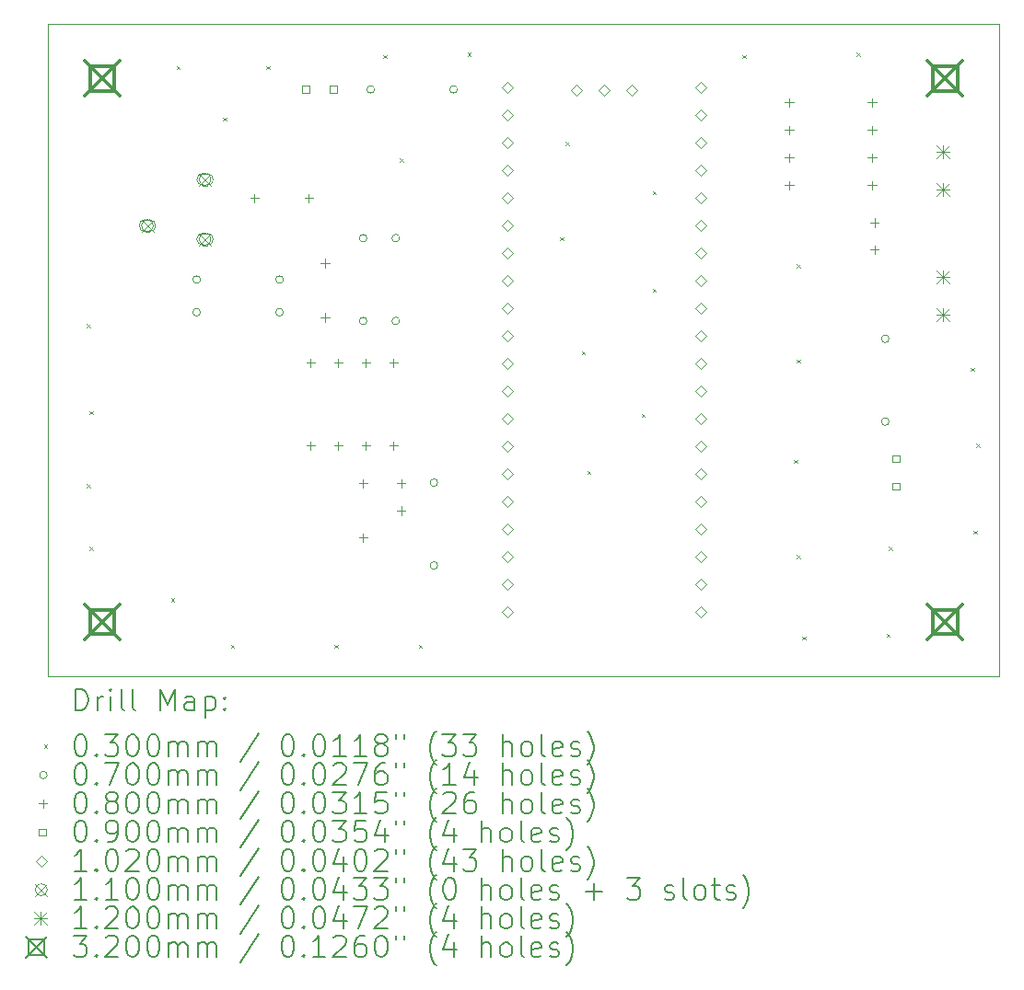
<source format=gbr>
%TF.GenerationSoftware,KiCad,Pcbnew,8.0.0*%
%TF.CreationDate,2024-03-17T16:54:24+01:00*%
%TF.ProjectId,soundgun,736f756e-6467-4756-9e2e-6b696361645f,rev?*%
%TF.SameCoordinates,Original*%
%TF.FileFunction,Drillmap*%
%TF.FilePolarity,Positive*%
%FSLAX45Y45*%
G04 Gerber Fmt 4.5, Leading zero omitted, Abs format (unit mm)*
G04 Created by KiCad (PCBNEW 8.0.0) date 2024-03-17 16:54:24*
%MOMM*%
%LPD*%
G01*
G04 APERTURE LIST*
%ADD10C,0.100000*%
%ADD11C,0.200000*%
%ADD12C,0.102000*%
%ADD13C,0.110000*%
%ADD14C,0.120000*%
%ADD15C,0.320000*%
G04 APERTURE END LIST*
D10*
X8000000Y-6000000D02*
X16750000Y-6000000D01*
X16750000Y-12000000D01*
X8000000Y-12000000D01*
X8000000Y-6000000D01*
D11*
D10*
X8360000Y-8760000D02*
X8390000Y-8790000D01*
X8390000Y-8760000D02*
X8360000Y-8790000D01*
X8360000Y-10235000D02*
X8390000Y-10265000D01*
X8390000Y-10235000D02*
X8360000Y-10265000D01*
X8385000Y-9560000D02*
X8415000Y-9590000D01*
X8415000Y-9560000D02*
X8385000Y-9590000D01*
X8385000Y-10810000D02*
X8415000Y-10840000D01*
X8415000Y-10810000D02*
X8385000Y-10840000D01*
X9135000Y-11285000D02*
X9165000Y-11315000D01*
X9165000Y-11285000D02*
X9135000Y-11315000D01*
X9185000Y-6385000D02*
X9215000Y-6415000D01*
X9215000Y-6385000D02*
X9185000Y-6415000D01*
X9610000Y-6860000D02*
X9640000Y-6890000D01*
X9640000Y-6860000D02*
X9610000Y-6890000D01*
X9685000Y-11710000D02*
X9715000Y-11740000D01*
X9715000Y-11710000D02*
X9685000Y-11740000D01*
X10010000Y-6385000D02*
X10040000Y-6415000D01*
X10040000Y-6385000D02*
X10010000Y-6415000D01*
X10635000Y-11710000D02*
X10665000Y-11740000D01*
X10665000Y-11710000D02*
X10635000Y-11740000D01*
X11085000Y-6285000D02*
X11115000Y-6315000D01*
X11115000Y-6285000D02*
X11085000Y-6315000D01*
X11235000Y-7235000D02*
X11265000Y-7265000D01*
X11265000Y-7235000D02*
X11235000Y-7265000D01*
X11410000Y-11710000D02*
X11440000Y-11740000D01*
X11440000Y-11710000D02*
X11410000Y-11740000D01*
X11860000Y-6260000D02*
X11890000Y-6290000D01*
X11890000Y-6260000D02*
X11860000Y-6290000D01*
X12710000Y-7960000D02*
X12740000Y-7990000D01*
X12740000Y-7960000D02*
X12710000Y-7990000D01*
X12760000Y-7085000D02*
X12790000Y-7115000D01*
X12790000Y-7085000D02*
X12760000Y-7115000D01*
X12910000Y-9010000D02*
X12940000Y-9040000D01*
X12940000Y-9010000D02*
X12910000Y-9040000D01*
X12960000Y-10110000D02*
X12990000Y-10140000D01*
X12990000Y-10110000D02*
X12960000Y-10140000D01*
X13460000Y-9585000D02*
X13490000Y-9615000D01*
X13490000Y-9585000D02*
X13460000Y-9615000D01*
X13560000Y-7535000D02*
X13590000Y-7565000D01*
X13590000Y-7535000D02*
X13560000Y-7565000D01*
X13560000Y-8435000D02*
X13590000Y-8465000D01*
X13590000Y-8435000D02*
X13560000Y-8465000D01*
X14385000Y-6285000D02*
X14415000Y-6315000D01*
X14415000Y-6285000D02*
X14385000Y-6315000D01*
X14860000Y-10010000D02*
X14890000Y-10040000D01*
X14890000Y-10010000D02*
X14860000Y-10040000D01*
X14885000Y-8210000D02*
X14915000Y-8240000D01*
X14915000Y-8210000D02*
X14885000Y-8240000D01*
X14885000Y-9085000D02*
X14915000Y-9115000D01*
X14915000Y-9085000D02*
X14885000Y-9115000D01*
X14885000Y-10885000D02*
X14915000Y-10915000D01*
X14915000Y-10885000D02*
X14885000Y-10915000D01*
X14935000Y-11635000D02*
X14965000Y-11665000D01*
X14965000Y-11635000D02*
X14935000Y-11665000D01*
X15435000Y-6260000D02*
X15465000Y-6290000D01*
X15465000Y-6260000D02*
X15435000Y-6290000D01*
X15710000Y-11610000D02*
X15740000Y-11640000D01*
X15740000Y-11610000D02*
X15710000Y-11640000D01*
X15735000Y-10810000D02*
X15765000Y-10840000D01*
X15765000Y-10810000D02*
X15735000Y-10840000D01*
X16485000Y-9160000D02*
X16515000Y-9190000D01*
X16515000Y-9160000D02*
X16485000Y-9190000D01*
X16510000Y-10660000D02*
X16540000Y-10690000D01*
X16540000Y-10660000D02*
X16510000Y-10690000D01*
X16535000Y-9860000D02*
X16565000Y-9890000D01*
X16565000Y-9860000D02*
X16535000Y-9890000D01*
X9404000Y-8350000D02*
G75*
G02*
X9334000Y-8350000I-35000J0D01*
G01*
X9334000Y-8350000D02*
G75*
G02*
X9404000Y-8350000I35000J0D01*
G01*
X9404000Y-8650000D02*
G75*
G02*
X9334000Y-8650000I-35000J0D01*
G01*
X9334000Y-8650000D02*
G75*
G02*
X9404000Y-8650000I35000J0D01*
G01*
X10166000Y-8350000D02*
G75*
G02*
X10096000Y-8350000I-35000J0D01*
G01*
X10096000Y-8350000D02*
G75*
G02*
X10166000Y-8350000I35000J0D01*
G01*
X10166000Y-8650000D02*
G75*
G02*
X10096000Y-8650000I-35000J0D01*
G01*
X10096000Y-8650000D02*
G75*
G02*
X10166000Y-8650000I35000J0D01*
G01*
X10935000Y-7969000D02*
G75*
G02*
X10865000Y-7969000I-35000J0D01*
G01*
X10865000Y-7969000D02*
G75*
G02*
X10935000Y-7969000I35000J0D01*
G01*
X10935000Y-8731000D02*
G75*
G02*
X10865000Y-8731000I-35000J0D01*
G01*
X10865000Y-8731000D02*
G75*
G02*
X10935000Y-8731000I35000J0D01*
G01*
X11004000Y-6600000D02*
G75*
G02*
X10934000Y-6600000I-35000J0D01*
G01*
X10934000Y-6600000D02*
G75*
G02*
X11004000Y-6600000I35000J0D01*
G01*
X11235000Y-7969000D02*
G75*
G02*
X11165000Y-7969000I-35000J0D01*
G01*
X11165000Y-7969000D02*
G75*
G02*
X11235000Y-7969000I35000J0D01*
G01*
X11235000Y-8731000D02*
G75*
G02*
X11165000Y-8731000I-35000J0D01*
G01*
X11165000Y-8731000D02*
G75*
G02*
X11235000Y-8731000I35000J0D01*
G01*
X11585000Y-10219000D02*
G75*
G02*
X11515000Y-10219000I-35000J0D01*
G01*
X11515000Y-10219000D02*
G75*
G02*
X11585000Y-10219000I35000J0D01*
G01*
X11585000Y-10981000D02*
G75*
G02*
X11515000Y-10981000I-35000J0D01*
G01*
X11515000Y-10981000D02*
G75*
G02*
X11585000Y-10981000I35000J0D01*
G01*
X11766000Y-6600000D02*
G75*
G02*
X11696000Y-6600000I-35000J0D01*
G01*
X11696000Y-6600000D02*
G75*
G02*
X11766000Y-6600000I35000J0D01*
G01*
X15735000Y-8895500D02*
G75*
G02*
X15665000Y-8895500I-35000J0D01*
G01*
X15665000Y-8895500D02*
G75*
G02*
X15735000Y-8895500I35000J0D01*
G01*
X15735000Y-9657500D02*
G75*
G02*
X15665000Y-9657500I-35000J0D01*
G01*
X15665000Y-9657500D02*
G75*
G02*
X15735000Y-9657500I35000J0D01*
G01*
X9900000Y-7559988D02*
X9900000Y-7639988D01*
X9860000Y-7599988D02*
X9940000Y-7599988D01*
X10400000Y-7559988D02*
X10400000Y-7639988D01*
X10360000Y-7599988D02*
X10440000Y-7599988D01*
X10418000Y-9077500D02*
X10418000Y-9157500D01*
X10378000Y-9117500D02*
X10458000Y-9117500D01*
X10418000Y-9839500D02*
X10418000Y-9919500D01*
X10378000Y-9879500D02*
X10458000Y-9879500D01*
X10550000Y-8160000D02*
X10550000Y-8240000D01*
X10510000Y-8200000D02*
X10590000Y-8200000D01*
X10550000Y-8660000D02*
X10550000Y-8740000D01*
X10510000Y-8700000D02*
X10590000Y-8700000D01*
X10672000Y-9077500D02*
X10672000Y-9157500D01*
X10632000Y-9117500D02*
X10712000Y-9117500D01*
X10672000Y-9839500D02*
X10672000Y-9919500D01*
X10632000Y-9879500D02*
X10712000Y-9879500D01*
X10900000Y-10185000D02*
X10900000Y-10265000D01*
X10860000Y-10225000D02*
X10940000Y-10225000D01*
X10900000Y-10685000D02*
X10900000Y-10765000D01*
X10860000Y-10725000D02*
X10940000Y-10725000D01*
X10926000Y-9077500D02*
X10926000Y-9157500D01*
X10886000Y-9117500D02*
X10966000Y-9117500D01*
X10926000Y-9839500D02*
X10926000Y-9919500D01*
X10886000Y-9879500D02*
X10966000Y-9879500D01*
X11180000Y-9077500D02*
X11180000Y-9157500D01*
X11140000Y-9117500D02*
X11220000Y-9117500D01*
X11180000Y-9839500D02*
X11180000Y-9919500D01*
X11140000Y-9879500D02*
X11220000Y-9879500D01*
X11250000Y-10185000D02*
X11250000Y-10265000D01*
X11210000Y-10225000D02*
X11290000Y-10225000D01*
X11250000Y-10435000D02*
X11250000Y-10515000D01*
X11210000Y-10475000D02*
X11290000Y-10475000D01*
X14817500Y-6680000D02*
X14817500Y-6760000D01*
X14777500Y-6720000D02*
X14857500Y-6720000D01*
X14817500Y-6934000D02*
X14817500Y-7014000D01*
X14777500Y-6974000D02*
X14857500Y-6974000D01*
X14817500Y-7188000D02*
X14817500Y-7268000D01*
X14777500Y-7228000D02*
X14857500Y-7228000D01*
X14817500Y-7442000D02*
X14817500Y-7522000D01*
X14777500Y-7482000D02*
X14857500Y-7482000D01*
X15579500Y-6680000D02*
X15579500Y-6760000D01*
X15539500Y-6720000D02*
X15619500Y-6720000D01*
X15579500Y-6934000D02*
X15579500Y-7014000D01*
X15539500Y-6974000D02*
X15619500Y-6974000D01*
X15579500Y-7188000D02*
X15579500Y-7268000D01*
X15539500Y-7228000D02*
X15619500Y-7228000D01*
X15579500Y-7442000D02*
X15579500Y-7522000D01*
X15539500Y-7482000D02*
X15619500Y-7482000D01*
X15600000Y-7785000D02*
X15600000Y-7865000D01*
X15560000Y-7825000D02*
X15640000Y-7825000D01*
X15600000Y-8035000D02*
X15600000Y-8115000D01*
X15560000Y-8075000D02*
X15640000Y-8075000D01*
X10404320Y-6631820D02*
X10404320Y-6568180D01*
X10340680Y-6568180D01*
X10340680Y-6631820D01*
X10404320Y-6631820D01*
X10658320Y-6631820D02*
X10658320Y-6568180D01*
X10594680Y-6568180D01*
X10594680Y-6631820D01*
X10658320Y-6631820D01*
X15831820Y-10031820D02*
X15831820Y-9968180D01*
X15768180Y-9968180D01*
X15768180Y-10031820D01*
X15831820Y-10031820D01*
X15831820Y-10285820D02*
X15831820Y-10222180D01*
X15768180Y-10222180D01*
X15768180Y-10285820D01*
X15831820Y-10285820D01*
D12*
X12222000Y-6635000D02*
X12273000Y-6584000D01*
X12222000Y-6533000D01*
X12171000Y-6584000D01*
X12222000Y-6635000D01*
X12222000Y-6889000D02*
X12273000Y-6838000D01*
X12222000Y-6787000D01*
X12171000Y-6838000D01*
X12222000Y-6889000D01*
X12222000Y-7143000D02*
X12273000Y-7092000D01*
X12222000Y-7041000D01*
X12171000Y-7092000D01*
X12222000Y-7143000D01*
X12222000Y-7397000D02*
X12273000Y-7346000D01*
X12222000Y-7295000D01*
X12171000Y-7346000D01*
X12222000Y-7397000D01*
X12222000Y-7651000D02*
X12273000Y-7600000D01*
X12222000Y-7549000D01*
X12171000Y-7600000D01*
X12222000Y-7651000D01*
X12222000Y-7905000D02*
X12273000Y-7854000D01*
X12222000Y-7803000D01*
X12171000Y-7854000D01*
X12222000Y-7905000D01*
X12222000Y-8159000D02*
X12273000Y-8108000D01*
X12222000Y-8057000D01*
X12171000Y-8108000D01*
X12222000Y-8159000D01*
X12222000Y-8413000D02*
X12273000Y-8362000D01*
X12222000Y-8311000D01*
X12171000Y-8362000D01*
X12222000Y-8413000D01*
X12222000Y-8667000D02*
X12273000Y-8616000D01*
X12222000Y-8565000D01*
X12171000Y-8616000D01*
X12222000Y-8667000D01*
X12222000Y-8921000D02*
X12273000Y-8870000D01*
X12222000Y-8819000D01*
X12171000Y-8870000D01*
X12222000Y-8921000D01*
X12222000Y-9175000D02*
X12273000Y-9124000D01*
X12222000Y-9073000D01*
X12171000Y-9124000D01*
X12222000Y-9175000D01*
X12222000Y-9429000D02*
X12273000Y-9378000D01*
X12222000Y-9327000D01*
X12171000Y-9378000D01*
X12222000Y-9429000D01*
X12222000Y-9683000D02*
X12273000Y-9632000D01*
X12222000Y-9581000D01*
X12171000Y-9632000D01*
X12222000Y-9683000D01*
X12222000Y-9937000D02*
X12273000Y-9886000D01*
X12222000Y-9835000D01*
X12171000Y-9886000D01*
X12222000Y-9937000D01*
X12222000Y-10191000D02*
X12273000Y-10140000D01*
X12222000Y-10089000D01*
X12171000Y-10140000D01*
X12222000Y-10191000D01*
X12222000Y-10445000D02*
X12273000Y-10394000D01*
X12222000Y-10343000D01*
X12171000Y-10394000D01*
X12222000Y-10445000D01*
X12222000Y-10699000D02*
X12273000Y-10648000D01*
X12222000Y-10597000D01*
X12171000Y-10648000D01*
X12222000Y-10699000D01*
X12222000Y-10953000D02*
X12273000Y-10902000D01*
X12222000Y-10851000D01*
X12171000Y-10902000D01*
X12222000Y-10953000D01*
X12222000Y-11207000D02*
X12273000Y-11156000D01*
X12222000Y-11105000D01*
X12171000Y-11156000D01*
X12222000Y-11207000D01*
X12222000Y-11461000D02*
X12273000Y-11410000D01*
X12222000Y-11359000D01*
X12171000Y-11410000D01*
X12222000Y-11461000D01*
X12857000Y-6658000D02*
X12908000Y-6607000D01*
X12857000Y-6556000D01*
X12806000Y-6607000D01*
X12857000Y-6658000D01*
X13111000Y-6658000D02*
X13162000Y-6607000D01*
X13111000Y-6556000D01*
X13060000Y-6607000D01*
X13111000Y-6658000D01*
X13365000Y-6658000D02*
X13416000Y-6607000D01*
X13365000Y-6556000D01*
X13314000Y-6607000D01*
X13365000Y-6658000D01*
X14000000Y-6635000D02*
X14051000Y-6584000D01*
X14000000Y-6533000D01*
X13949000Y-6584000D01*
X14000000Y-6635000D01*
X14000000Y-6889000D02*
X14051000Y-6838000D01*
X14000000Y-6787000D01*
X13949000Y-6838000D01*
X14000000Y-6889000D01*
X14000000Y-7143000D02*
X14051000Y-7092000D01*
X14000000Y-7041000D01*
X13949000Y-7092000D01*
X14000000Y-7143000D01*
X14000000Y-7397000D02*
X14051000Y-7346000D01*
X14000000Y-7295000D01*
X13949000Y-7346000D01*
X14000000Y-7397000D01*
X14000000Y-7651000D02*
X14051000Y-7600000D01*
X14000000Y-7549000D01*
X13949000Y-7600000D01*
X14000000Y-7651000D01*
X14000000Y-7905000D02*
X14051000Y-7854000D01*
X14000000Y-7803000D01*
X13949000Y-7854000D01*
X14000000Y-7905000D01*
X14000000Y-8159000D02*
X14051000Y-8108000D01*
X14000000Y-8057000D01*
X13949000Y-8108000D01*
X14000000Y-8159000D01*
X14000000Y-8413000D02*
X14051000Y-8362000D01*
X14000000Y-8311000D01*
X13949000Y-8362000D01*
X14000000Y-8413000D01*
X14000000Y-8667000D02*
X14051000Y-8616000D01*
X14000000Y-8565000D01*
X13949000Y-8616000D01*
X14000000Y-8667000D01*
X14000000Y-8921000D02*
X14051000Y-8870000D01*
X14000000Y-8819000D01*
X13949000Y-8870000D01*
X14000000Y-8921000D01*
X14000000Y-9175000D02*
X14051000Y-9124000D01*
X14000000Y-9073000D01*
X13949000Y-9124000D01*
X14000000Y-9175000D01*
X14000000Y-9429000D02*
X14051000Y-9378000D01*
X14000000Y-9327000D01*
X13949000Y-9378000D01*
X14000000Y-9429000D01*
X14000000Y-9683000D02*
X14051000Y-9632000D01*
X14000000Y-9581000D01*
X13949000Y-9632000D01*
X14000000Y-9683000D01*
X14000000Y-9937000D02*
X14051000Y-9886000D01*
X14000000Y-9835000D01*
X13949000Y-9886000D01*
X14000000Y-9937000D01*
X14000000Y-10191000D02*
X14051000Y-10140000D01*
X14000000Y-10089000D01*
X13949000Y-10140000D01*
X14000000Y-10191000D01*
X14000000Y-10445000D02*
X14051000Y-10394000D01*
X14000000Y-10343000D01*
X13949000Y-10394000D01*
X14000000Y-10445000D01*
X14000000Y-10699000D02*
X14051000Y-10648000D01*
X14000000Y-10597000D01*
X13949000Y-10648000D01*
X14000000Y-10699000D01*
X14000000Y-10953000D02*
X14051000Y-10902000D01*
X14000000Y-10851000D01*
X13949000Y-10902000D01*
X14000000Y-10953000D01*
X14000000Y-11207000D02*
X14051000Y-11156000D01*
X14000000Y-11105000D01*
X13949000Y-11156000D01*
X14000000Y-11207000D01*
X14000000Y-11461000D02*
X14051000Y-11410000D01*
X14000000Y-11359000D01*
X13949000Y-11410000D01*
X14000000Y-11461000D01*
D13*
X8860951Y-7799056D02*
X8970951Y-7909056D01*
X8970951Y-7799056D02*
X8860951Y-7909056D01*
X8970951Y-7854056D02*
G75*
G02*
X8860951Y-7854056I-55000J0D01*
G01*
X8860951Y-7854056D02*
G75*
G02*
X8970951Y-7854056I55000J0D01*
G01*
D10*
X8935951Y-7799056D02*
X8895951Y-7799056D01*
X8895951Y-7909056D02*
G75*
G02*
X8895951Y-7799056I0J55000D01*
G01*
X8895951Y-7909056D02*
X8935951Y-7909056D01*
X8935951Y-7909056D02*
G75*
G03*
X8935951Y-7799056I0J55000D01*
G01*
D13*
X9390951Y-7374037D02*
X9500951Y-7484037D01*
X9500951Y-7374037D02*
X9390951Y-7484037D01*
X9500951Y-7429037D02*
G75*
G02*
X9390951Y-7429037I-55000J0D01*
G01*
X9390951Y-7429037D02*
G75*
G02*
X9500951Y-7429037I55000J0D01*
G01*
D10*
X9465951Y-7374037D02*
X9425951Y-7374037D01*
X9425951Y-7484037D02*
G75*
G02*
X9425951Y-7374037I0J55000D01*
G01*
X9425951Y-7484037D02*
X9465951Y-7484037D01*
X9465951Y-7484037D02*
G75*
G03*
X9465951Y-7374037I0J55000D01*
G01*
D13*
X9390951Y-7924037D02*
X9500951Y-8034037D01*
X9500951Y-7924037D02*
X9390951Y-8034037D01*
X9500951Y-7979037D02*
G75*
G02*
X9390951Y-7979037I-55000J0D01*
G01*
X9390951Y-7979037D02*
G75*
G02*
X9500951Y-7979037I55000J0D01*
G01*
D10*
X9465951Y-7924037D02*
X9425951Y-7924037D01*
X9425951Y-8034037D02*
G75*
G02*
X9425951Y-7924037I0J55000D01*
G01*
X9425951Y-8034037D02*
X9465951Y-8034037D01*
X9465951Y-8034037D02*
G75*
G03*
X9465951Y-7924037I0J55000D01*
G01*
D14*
X16170000Y-7115000D02*
X16290000Y-7235000D01*
X16290000Y-7115000D02*
X16170000Y-7235000D01*
X16230000Y-7115000D02*
X16230000Y-7235000D01*
X16170000Y-7175000D02*
X16290000Y-7175000D01*
X16170000Y-7465000D02*
X16290000Y-7585000D01*
X16290000Y-7465000D02*
X16170000Y-7585000D01*
X16230000Y-7465000D02*
X16230000Y-7585000D01*
X16170000Y-7525000D02*
X16290000Y-7525000D01*
X16170000Y-8265000D02*
X16290000Y-8385000D01*
X16290000Y-8265000D02*
X16170000Y-8385000D01*
X16230000Y-8265000D02*
X16230000Y-8385000D01*
X16170000Y-8325000D02*
X16290000Y-8325000D01*
X16170000Y-8615000D02*
X16290000Y-8735000D01*
X16290000Y-8615000D02*
X16170000Y-8735000D01*
X16230000Y-8615000D02*
X16230000Y-8735000D01*
X16170000Y-8675000D02*
X16290000Y-8675000D01*
D15*
X8340000Y-6340000D02*
X8660000Y-6660000D01*
X8660000Y-6340000D02*
X8340000Y-6660000D01*
X8613138Y-6613138D02*
X8613138Y-6386862D01*
X8386862Y-6386862D01*
X8386862Y-6613138D01*
X8613138Y-6613138D01*
X8340000Y-11340000D02*
X8660000Y-11660000D01*
X8660000Y-11340000D02*
X8340000Y-11660000D01*
X8613138Y-11613138D02*
X8613138Y-11386862D01*
X8386862Y-11386862D01*
X8386862Y-11613138D01*
X8613138Y-11613138D01*
X16090000Y-6340000D02*
X16410000Y-6660000D01*
X16410000Y-6340000D02*
X16090000Y-6660000D01*
X16363138Y-6613138D02*
X16363138Y-6386862D01*
X16136862Y-6386862D01*
X16136862Y-6613138D01*
X16363138Y-6613138D01*
X16090000Y-11340000D02*
X16410000Y-11660000D01*
X16410000Y-11340000D02*
X16090000Y-11660000D01*
X16363138Y-11613138D02*
X16363138Y-11386862D01*
X16136862Y-11386862D01*
X16136862Y-11613138D01*
X16363138Y-11613138D01*
D11*
X8255777Y-12316484D02*
X8255777Y-12116484D01*
X8255777Y-12116484D02*
X8303396Y-12116484D01*
X8303396Y-12116484D02*
X8331967Y-12126008D01*
X8331967Y-12126008D02*
X8351015Y-12145055D01*
X8351015Y-12145055D02*
X8360539Y-12164103D01*
X8360539Y-12164103D02*
X8370062Y-12202198D01*
X8370062Y-12202198D02*
X8370062Y-12230769D01*
X8370062Y-12230769D02*
X8360539Y-12268865D01*
X8360539Y-12268865D02*
X8351015Y-12287912D01*
X8351015Y-12287912D02*
X8331967Y-12306960D01*
X8331967Y-12306960D02*
X8303396Y-12316484D01*
X8303396Y-12316484D02*
X8255777Y-12316484D01*
X8455777Y-12316484D02*
X8455777Y-12183150D01*
X8455777Y-12221246D02*
X8465301Y-12202198D01*
X8465301Y-12202198D02*
X8474824Y-12192674D01*
X8474824Y-12192674D02*
X8493872Y-12183150D01*
X8493872Y-12183150D02*
X8512920Y-12183150D01*
X8579586Y-12316484D02*
X8579586Y-12183150D01*
X8579586Y-12116484D02*
X8570063Y-12126008D01*
X8570063Y-12126008D02*
X8579586Y-12135531D01*
X8579586Y-12135531D02*
X8589110Y-12126008D01*
X8589110Y-12126008D02*
X8579586Y-12116484D01*
X8579586Y-12116484D02*
X8579586Y-12135531D01*
X8703396Y-12316484D02*
X8684348Y-12306960D01*
X8684348Y-12306960D02*
X8674824Y-12287912D01*
X8674824Y-12287912D02*
X8674824Y-12116484D01*
X8808158Y-12316484D02*
X8789110Y-12306960D01*
X8789110Y-12306960D02*
X8779586Y-12287912D01*
X8779586Y-12287912D02*
X8779586Y-12116484D01*
X9036729Y-12316484D02*
X9036729Y-12116484D01*
X9036729Y-12116484D02*
X9103396Y-12259341D01*
X9103396Y-12259341D02*
X9170063Y-12116484D01*
X9170063Y-12116484D02*
X9170063Y-12316484D01*
X9351015Y-12316484D02*
X9351015Y-12211722D01*
X9351015Y-12211722D02*
X9341491Y-12192674D01*
X9341491Y-12192674D02*
X9322444Y-12183150D01*
X9322444Y-12183150D02*
X9284348Y-12183150D01*
X9284348Y-12183150D02*
X9265301Y-12192674D01*
X9351015Y-12306960D02*
X9331967Y-12316484D01*
X9331967Y-12316484D02*
X9284348Y-12316484D01*
X9284348Y-12316484D02*
X9265301Y-12306960D01*
X9265301Y-12306960D02*
X9255777Y-12287912D01*
X9255777Y-12287912D02*
X9255777Y-12268865D01*
X9255777Y-12268865D02*
X9265301Y-12249817D01*
X9265301Y-12249817D02*
X9284348Y-12240293D01*
X9284348Y-12240293D02*
X9331967Y-12240293D01*
X9331967Y-12240293D02*
X9351015Y-12230769D01*
X9446253Y-12183150D02*
X9446253Y-12383150D01*
X9446253Y-12192674D02*
X9465301Y-12183150D01*
X9465301Y-12183150D02*
X9503396Y-12183150D01*
X9503396Y-12183150D02*
X9522444Y-12192674D01*
X9522444Y-12192674D02*
X9531967Y-12202198D01*
X9531967Y-12202198D02*
X9541491Y-12221246D01*
X9541491Y-12221246D02*
X9541491Y-12278388D01*
X9541491Y-12278388D02*
X9531967Y-12297436D01*
X9531967Y-12297436D02*
X9522444Y-12306960D01*
X9522444Y-12306960D02*
X9503396Y-12316484D01*
X9503396Y-12316484D02*
X9465301Y-12316484D01*
X9465301Y-12316484D02*
X9446253Y-12306960D01*
X9627205Y-12297436D02*
X9636729Y-12306960D01*
X9636729Y-12306960D02*
X9627205Y-12316484D01*
X9627205Y-12316484D02*
X9617682Y-12306960D01*
X9617682Y-12306960D02*
X9627205Y-12297436D01*
X9627205Y-12297436D02*
X9627205Y-12316484D01*
X9627205Y-12192674D02*
X9636729Y-12202198D01*
X9636729Y-12202198D02*
X9627205Y-12211722D01*
X9627205Y-12211722D02*
X9617682Y-12202198D01*
X9617682Y-12202198D02*
X9627205Y-12192674D01*
X9627205Y-12192674D02*
X9627205Y-12211722D01*
D10*
X7965000Y-12630000D02*
X7995000Y-12660000D01*
X7995000Y-12630000D02*
X7965000Y-12660000D01*
D11*
X8293872Y-12536484D02*
X8312920Y-12536484D01*
X8312920Y-12536484D02*
X8331967Y-12546008D01*
X8331967Y-12546008D02*
X8341491Y-12555531D01*
X8341491Y-12555531D02*
X8351015Y-12574579D01*
X8351015Y-12574579D02*
X8360539Y-12612674D01*
X8360539Y-12612674D02*
X8360539Y-12660293D01*
X8360539Y-12660293D02*
X8351015Y-12698388D01*
X8351015Y-12698388D02*
X8341491Y-12717436D01*
X8341491Y-12717436D02*
X8331967Y-12726960D01*
X8331967Y-12726960D02*
X8312920Y-12736484D01*
X8312920Y-12736484D02*
X8293872Y-12736484D01*
X8293872Y-12736484D02*
X8274824Y-12726960D01*
X8274824Y-12726960D02*
X8265301Y-12717436D01*
X8265301Y-12717436D02*
X8255777Y-12698388D01*
X8255777Y-12698388D02*
X8246253Y-12660293D01*
X8246253Y-12660293D02*
X8246253Y-12612674D01*
X8246253Y-12612674D02*
X8255777Y-12574579D01*
X8255777Y-12574579D02*
X8265301Y-12555531D01*
X8265301Y-12555531D02*
X8274824Y-12546008D01*
X8274824Y-12546008D02*
X8293872Y-12536484D01*
X8446253Y-12717436D02*
X8455777Y-12726960D01*
X8455777Y-12726960D02*
X8446253Y-12736484D01*
X8446253Y-12736484D02*
X8436729Y-12726960D01*
X8436729Y-12726960D02*
X8446253Y-12717436D01*
X8446253Y-12717436D02*
X8446253Y-12736484D01*
X8522444Y-12536484D02*
X8646253Y-12536484D01*
X8646253Y-12536484D02*
X8579586Y-12612674D01*
X8579586Y-12612674D02*
X8608158Y-12612674D01*
X8608158Y-12612674D02*
X8627205Y-12622198D01*
X8627205Y-12622198D02*
X8636729Y-12631722D01*
X8636729Y-12631722D02*
X8646253Y-12650769D01*
X8646253Y-12650769D02*
X8646253Y-12698388D01*
X8646253Y-12698388D02*
X8636729Y-12717436D01*
X8636729Y-12717436D02*
X8627205Y-12726960D01*
X8627205Y-12726960D02*
X8608158Y-12736484D01*
X8608158Y-12736484D02*
X8551015Y-12736484D01*
X8551015Y-12736484D02*
X8531967Y-12726960D01*
X8531967Y-12726960D02*
X8522444Y-12717436D01*
X8770063Y-12536484D02*
X8789110Y-12536484D01*
X8789110Y-12536484D02*
X8808158Y-12546008D01*
X8808158Y-12546008D02*
X8817682Y-12555531D01*
X8817682Y-12555531D02*
X8827205Y-12574579D01*
X8827205Y-12574579D02*
X8836729Y-12612674D01*
X8836729Y-12612674D02*
X8836729Y-12660293D01*
X8836729Y-12660293D02*
X8827205Y-12698388D01*
X8827205Y-12698388D02*
X8817682Y-12717436D01*
X8817682Y-12717436D02*
X8808158Y-12726960D01*
X8808158Y-12726960D02*
X8789110Y-12736484D01*
X8789110Y-12736484D02*
X8770063Y-12736484D01*
X8770063Y-12736484D02*
X8751015Y-12726960D01*
X8751015Y-12726960D02*
X8741491Y-12717436D01*
X8741491Y-12717436D02*
X8731967Y-12698388D01*
X8731967Y-12698388D02*
X8722444Y-12660293D01*
X8722444Y-12660293D02*
X8722444Y-12612674D01*
X8722444Y-12612674D02*
X8731967Y-12574579D01*
X8731967Y-12574579D02*
X8741491Y-12555531D01*
X8741491Y-12555531D02*
X8751015Y-12546008D01*
X8751015Y-12546008D02*
X8770063Y-12536484D01*
X8960539Y-12536484D02*
X8979586Y-12536484D01*
X8979586Y-12536484D02*
X8998634Y-12546008D01*
X8998634Y-12546008D02*
X9008158Y-12555531D01*
X9008158Y-12555531D02*
X9017682Y-12574579D01*
X9017682Y-12574579D02*
X9027205Y-12612674D01*
X9027205Y-12612674D02*
X9027205Y-12660293D01*
X9027205Y-12660293D02*
X9017682Y-12698388D01*
X9017682Y-12698388D02*
X9008158Y-12717436D01*
X9008158Y-12717436D02*
X8998634Y-12726960D01*
X8998634Y-12726960D02*
X8979586Y-12736484D01*
X8979586Y-12736484D02*
X8960539Y-12736484D01*
X8960539Y-12736484D02*
X8941491Y-12726960D01*
X8941491Y-12726960D02*
X8931967Y-12717436D01*
X8931967Y-12717436D02*
X8922444Y-12698388D01*
X8922444Y-12698388D02*
X8912920Y-12660293D01*
X8912920Y-12660293D02*
X8912920Y-12612674D01*
X8912920Y-12612674D02*
X8922444Y-12574579D01*
X8922444Y-12574579D02*
X8931967Y-12555531D01*
X8931967Y-12555531D02*
X8941491Y-12546008D01*
X8941491Y-12546008D02*
X8960539Y-12536484D01*
X9112920Y-12736484D02*
X9112920Y-12603150D01*
X9112920Y-12622198D02*
X9122444Y-12612674D01*
X9122444Y-12612674D02*
X9141491Y-12603150D01*
X9141491Y-12603150D02*
X9170063Y-12603150D01*
X9170063Y-12603150D02*
X9189110Y-12612674D01*
X9189110Y-12612674D02*
X9198634Y-12631722D01*
X9198634Y-12631722D02*
X9198634Y-12736484D01*
X9198634Y-12631722D02*
X9208158Y-12612674D01*
X9208158Y-12612674D02*
X9227205Y-12603150D01*
X9227205Y-12603150D02*
X9255777Y-12603150D01*
X9255777Y-12603150D02*
X9274825Y-12612674D01*
X9274825Y-12612674D02*
X9284348Y-12631722D01*
X9284348Y-12631722D02*
X9284348Y-12736484D01*
X9379586Y-12736484D02*
X9379586Y-12603150D01*
X9379586Y-12622198D02*
X9389110Y-12612674D01*
X9389110Y-12612674D02*
X9408158Y-12603150D01*
X9408158Y-12603150D02*
X9436729Y-12603150D01*
X9436729Y-12603150D02*
X9455777Y-12612674D01*
X9455777Y-12612674D02*
X9465301Y-12631722D01*
X9465301Y-12631722D02*
X9465301Y-12736484D01*
X9465301Y-12631722D02*
X9474825Y-12612674D01*
X9474825Y-12612674D02*
X9493872Y-12603150D01*
X9493872Y-12603150D02*
X9522444Y-12603150D01*
X9522444Y-12603150D02*
X9541491Y-12612674D01*
X9541491Y-12612674D02*
X9551015Y-12631722D01*
X9551015Y-12631722D02*
X9551015Y-12736484D01*
X9941491Y-12526960D02*
X9770063Y-12784103D01*
X10198634Y-12536484D02*
X10217682Y-12536484D01*
X10217682Y-12536484D02*
X10236729Y-12546008D01*
X10236729Y-12546008D02*
X10246253Y-12555531D01*
X10246253Y-12555531D02*
X10255777Y-12574579D01*
X10255777Y-12574579D02*
X10265301Y-12612674D01*
X10265301Y-12612674D02*
X10265301Y-12660293D01*
X10265301Y-12660293D02*
X10255777Y-12698388D01*
X10255777Y-12698388D02*
X10246253Y-12717436D01*
X10246253Y-12717436D02*
X10236729Y-12726960D01*
X10236729Y-12726960D02*
X10217682Y-12736484D01*
X10217682Y-12736484D02*
X10198634Y-12736484D01*
X10198634Y-12736484D02*
X10179587Y-12726960D01*
X10179587Y-12726960D02*
X10170063Y-12717436D01*
X10170063Y-12717436D02*
X10160539Y-12698388D01*
X10160539Y-12698388D02*
X10151015Y-12660293D01*
X10151015Y-12660293D02*
X10151015Y-12612674D01*
X10151015Y-12612674D02*
X10160539Y-12574579D01*
X10160539Y-12574579D02*
X10170063Y-12555531D01*
X10170063Y-12555531D02*
X10179587Y-12546008D01*
X10179587Y-12546008D02*
X10198634Y-12536484D01*
X10351015Y-12717436D02*
X10360539Y-12726960D01*
X10360539Y-12726960D02*
X10351015Y-12736484D01*
X10351015Y-12736484D02*
X10341491Y-12726960D01*
X10341491Y-12726960D02*
X10351015Y-12717436D01*
X10351015Y-12717436D02*
X10351015Y-12736484D01*
X10484348Y-12536484D02*
X10503396Y-12536484D01*
X10503396Y-12536484D02*
X10522444Y-12546008D01*
X10522444Y-12546008D02*
X10531968Y-12555531D01*
X10531968Y-12555531D02*
X10541491Y-12574579D01*
X10541491Y-12574579D02*
X10551015Y-12612674D01*
X10551015Y-12612674D02*
X10551015Y-12660293D01*
X10551015Y-12660293D02*
X10541491Y-12698388D01*
X10541491Y-12698388D02*
X10531968Y-12717436D01*
X10531968Y-12717436D02*
X10522444Y-12726960D01*
X10522444Y-12726960D02*
X10503396Y-12736484D01*
X10503396Y-12736484D02*
X10484348Y-12736484D01*
X10484348Y-12736484D02*
X10465301Y-12726960D01*
X10465301Y-12726960D02*
X10455777Y-12717436D01*
X10455777Y-12717436D02*
X10446253Y-12698388D01*
X10446253Y-12698388D02*
X10436729Y-12660293D01*
X10436729Y-12660293D02*
X10436729Y-12612674D01*
X10436729Y-12612674D02*
X10446253Y-12574579D01*
X10446253Y-12574579D02*
X10455777Y-12555531D01*
X10455777Y-12555531D02*
X10465301Y-12546008D01*
X10465301Y-12546008D02*
X10484348Y-12536484D01*
X10741491Y-12736484D02*
X10627206Y-12736484D01*
X10684348Y-12736484D02*
X10684348Y-12536484D01*
X10684348Y-12536484D02*
X10665301Y-12565055D01*
X10665301Y-12565055D02*
X10646253Y-12584103D01*
X10646253Y-12584103D02*
X10627206Y-12593627D01*
X10931968Y-12736484D02*
X10817682Y-12736484D01*
X10874825Y-12736484D02*
X10874825Y-12536484D01*
X10874825Y-12536484D02*
X10855777Y-12565055D01*
X10855777Y-12565055D02*
X10836729Y-12584103D01*
X10836729Y-12584103D02*
X10817682Y-12593627D01*
X11046253Y-12622198D02*
X11027206Y-12612674D01*
X11027206Y-12612674D02*
X11017682Y-12603150D01*
X11017682Y-12603150D02*
X11008158Y-12584103D01*
X11008158Y-12584103D02*
X11008158Y-12574579D01*
X11008158Y-12574579D02*
X11017682Y-12555531D01*
X11017682Y-12555531D02*
X11027206Y-12546008D01*
X11027206Y-12546008D02*
X11046253Y-12536484D01*
X11046253Y-12536484D02*
X11084349Y-12536484D01*
X11084349Y-12536484D02*
X11103396Y-12546008D01*
X11103396Y-12546008D02*
X11112920Y-12555531D01*
X11112920Y-12555531D02*
X11122444Y-12574579D01*
X11122444Y-12574579D02*
X11122444Y-12584103D01*
X11122444Y-12584103D02*
X11112920Y-12603150D01*
X11112920Y-12603150D02*
X11103396Y-12612674D01*
X11103396Y-12612674D02*
X11084349Y-12622198D01*
X11084349Y-12622198D02*
X11046253Y-12622198D01*
X11046253Y-12622198D02*
X11027206Y-12631722D01*
X11027206Y-12631722D02*
X11017682Y-12641246D01*
X11017682Y-12641246D02*
X11008158Y-12660293D01*
X11008158Y-12660293D02*
X11008158Y-12698388D01*
X11008158Y-12698388D02*
X11017682Y-12717436D01*
X11017682Y-12717436D02*
X11027206Y-12726960D01*
X11027206Y-12726960D02*
X11046253Y-12736484D01*
X11046253Y-12736484D02*
X11084349Y-12736484D01*
X11084349Y-12736484D02*
X11103396Y-12726960D01*
X11103396Y-12726960D02*
X11112920Y-12717436D01*
X11112920Y-12717436D02*
X11122444Y-12698388D01*
X11122444Y-12698388D02*
X11122444Y-12660293D01*
X11122444Y-12660293D02*
X11112920Y-12641246D01*
X11112920Y-12641246D02*
X11103396Y-12631722D01*
X11103396Y-12631722D02*
X11084349Y-12622198D01*
X11198634Y-12536484D02*
X11198634Y-12574579D01*
X11274825Y-12536484D02*
X11274825Y-12574579D01*
X11570063Y-12812674D02*
X11560539Y-12803150D01*
X11560539Y-12803150D02*
X11541491Y-12774579D01*
X11541491Y-12774579D02*
X11531968Y-12755531D01*
X11531968Y-12755531D02*
X11522444Y-12726960D01*
X11522444Y-12726960D02*
X11512920Y-12679341D01*
X11512920Y-12679341D02*
X11512920Y-12641246D01*
X11512920Y-12641246D02*
X11522444Y-12593627D01*
X11522444Y-12593627D02*
X11531968Y-12565055D01*
X11531968Y-12565055D02*
X11541491Y-12546008D01*
X11541491Y-12546008D02*
X11560539Y-12517436D01*
X11560539Y-12517436D02*
X11570063Y-12507912D01*
X11627206Y-12536484D02*
X11751015Y-12536484D01*
X11751015Y-12536484D02*
X11684348Y-12612674D01*
X11684348Y-12612674D02*
X11712920Y-12612674D01*
X11712920Y-12612674D02*
X11731968Y-12622198D01*
X11731968Y-12622198D02*
X11741491Y-12631722D01*
X11741491Y-12631722D02*
X11751015Y-12650769D01*
X11751015Y-12650769D02*
X11751015Y-12698388D01*
X11751015Y-12698388D02*
X11741491Y-12717436D01*
X11741491Y-12717436D02*
X11731968Y-12726960D01*
X11731968Y-12726960D02*
X11712920Y-12736484D01*
X11712920Y-12736484D02*
X11655777Y-12736484D01*
X11655777Y-12736484D02*
X11636729Y-12726960D01*
X11636729Y-12726960D02*
X11627206Y-12717436D01*
X11817682Y-12536484D02*
X11941491Y-12536484D01*
X11941491Y-12536484D02*
X11874825Y-12612674D01*
X11874825Y-12612674D02*
X11903396Y-12612674D01*
X11903396Y-12612674D02*
X11922444Y-12622198D01*
X11922444Y-12622198D02*
X11931968Y-12631722D01*
X11931968Y-12631722D02*
X11941491Y-12650769D01*
X11941491Y-12650769D02*
X11941491Y-12698388D01*
X11941491Y-12698388D02*
X11931968Y-12717436D01*
X11931968Y-12717436D02*
X11922444Y-12726960D01*
X11922444Y-12726960D02*
X11903396Y-12736484D01*
X11903396Y-12736484D02*
X11846253Y-12736484D01*
X11846253Y-12736484D02*
X11827206Y-12726960D01*
X11827206Y-12726960D02*
X11817682Y-12717436D01*
X12179587Y-12736484D02*
X12179587Y-12536484D01*
X12265301Y-12736484D02*
X12265301Y-12631722D01*
X12265301Y-12631722D02*
X12255777Y-12612674D01*
X12255777Y-12612674D02*
X12236730Y-12603150D01*
X12236730Y-12603150D02*
X12208158Y-12603150D01*
X12208158Y-12603150D02*
X12189110Y-12612674D01*
X12189110Y-12612674D02*
X12179587Y-12622198D01*
X12389110Y-12736484D02*
X12370063Y-12726960D01*
X12370063Y-12726960D02*
X12360539Y-12717436D01*
X12360539Y-12717436D02*
X12351015Y-12698388D01*
X12351015Y-12698388D02*
X12351015Y-12641246D01*
X12351015Y-12641246D02*
X12360539Y-12622198D01*
X12360539Y-12622198D02*
X12370063Y-12612674D01*
X12370063Y-12612674D02*
X12389110Y-12603150D01*
X12389110Y-12603150D02*
X12417682Y-12603150D01*
X12417682Y-12603150D02*
X12436730Y-12612674D01*
X12436730Y-12612674D02*
X12446253Y-12622198D01*
X12446253Y-12622198D02*
X12455777Y-12641246D01*
X12455777Y-12641246D02*
X12455777Y-12698388D01*
X12455777Y-12698388D02*
X12446253Y-12717436D01*
X12446253Y-12717436D02*
X12436730Y-12726960D01*
X12436730Y-12726960D02*
X12417682Y-12736484D01*
X12417682Y-12736484D02*
X12389110Y-12736484D01*
X12570063Y-12736484D02*
X12551015Y-12726960D01*
X12551015Y-12726960D02*
X12541491Y-12707912D01*
X12541491Y-12707912D02*
X12541491Y-12536484D01*
X12722444Y-12726960D02*
X12703396Y-12736484D01*
X12703396Y-12736484D02*
X12665301Y-12736484D01*
X12665301Y-12736484D02*
X12646253Y-12726960D01*
X12646253Y-12726960D02*
X12636730Y-12707912D01*
X12636730Y-12707912D02*
X12636730Y-12631722D01*
X12636730Y-12631722D02*
X12646253Y-12612674D01*
X12646253Y-12612674D02*
X12665301Y-12603150D01*
X12665301Y-12603150D02*
X12703396Y-12603150D01*
X12703396Y-12603150D02*
X12722444Y-12612674D01*
X12722444Y-12612674D02*
X12731968Y-12631722D01*
X12731968Y-12631722D02*
X12731968Y-12650769D01*
X12731968Y-12650769D02*
X12636730Y-12669817D01*
X12808158Y-12726960D02*
X12827206Y-12736484D01*
X12827206Y-12736484D02*
X12865301Y-12736484D01*
X12865301Y-12736484D02*
X12884349Y-12726960D01*
X12884349Y-12726960D02*
X12893872Y-12707912D01*
X12893872Y-12707912D02*
X12893872Y-12698388D01*
X12893872Y-12698388D02*
X12884349Y-12679341D01*
X12884349Y-12679341D02*
X12865301Y-12669817D01*
X12865301Y-12669817D02*
X12836730Y-12669817D01*
X12836730Y-12669817D02*
X12817682Y-12660293D01*
X12817682Y-12660293D02*
X12808158Y-12641246D01*
X12808158Y-12641246D02*
X12808158Y-12631722D01*
X12808158Y-12631722D02*
X12817682Y-12612674D01*
X12817682Y-12612674D02*
X12836730Y-12603150D01*
X12836730Y-12603150D02*
X12865301Y-12603150D01*
X12865301Y-12603150D02*
X12884349Y-12612674D01*
X12960539Y-12812674D02*
X12970063Y-12803150D01*
X12970063Y-12803150D02*
X12989111Y-12774579D01*
X12989111Y-12774579D02*
X12998634Y-12755531D01*
X12998634Y-12755531D02*
X13008158Y-12726960D01*
X13008158Y-12726960D02*
X13017682Y-12679341D01*
X13017682Y-12679341D02*
X13017682Y-12641246D01*
X13017682Y-12641246D02*
X13008158Y-12593627D01*
X13008158Y-12593627D02*
X12998634Y-12565055D01*
X12998634Y-12565055D02*
X12989111Y-12546008D01*
X12989111Y-12546008D02*
X12970063Y-12517436D01*
X12970063Y-12517436D02*
X12960539Y-12507912D01*
D10*
X7995000Y-12909000D02*
G75*
G02*
X7925000Y-12909000I-35000J0D01*
G01*
X7925000Y-12909000D02*
G75*
G02*
X7995000Y-12909000I35000J0D01*
G01*
D11*
X8293872Y-12800484D02*
X8312920Y-12800484D01*
X8312920Y-12800484D02*
X8331967Y-12810008D01*
X8331967Y-12810008D02*
X8341491Y-12819531D01*
X8341491Y-12819531D02*
X8351015Y-12838579D01*
X8351015Y-12838579D02*
X8360539Y-12876674D01*
X8360539Y-12876674D02*
X8360539Y-12924293D01*
X8360539Y-12924293D02*
X8351015Y-12962388D01*
X8351015Y-12962388D02*
X8341491Y-12981436D01*
X8341491Y-12981436D02*
X8331967Y-12990960D01*
X8331967Y-12990960D02*
X8312920Y-13000484D01*
X8312920Y-13000484D02*
X8293872Y-13000484D01*
X8293872Y-13000484D02*
X8274824Y-12990960D01*
X8274824Y-12990960D02*
X8265301Y-12981436D01*
X8265301Y-12981436D02*
X8255777Y-12962388D01*
X8255777Y-12962388D02*
X8246253Y-12924293D01*
X8246253Y-12924293D02*
X8246253Y-12876674D01*
X8246253Y-12876674D02*
X8255777Y-12838579D01*
X8255777Y-12838579D02*
X8265301Y-12819531D01*
X8265301Y-12819531D02*
X8274824Y-12810008D01*
X8274824Y-12810008D02*
X8293872Y-12800484D01*
X8446253Y-12981436D02*
X8455777Y-12990960D01*
X8455777Y-12990960D02*
X8446253Y-13000484D01*
X8446253Y-13000484D02*
X8436729Y-12990960D01*
X8436729Y-12990960D02*
X8446253Y-12981436D01*
X8446253Y-12981436D02*
X8446253Y-13000484D01*
X8522444Y-12800484D02*
X8655777Y-12800484D01*
X8655777Y-12800484D02*
X8570063Y-13000484D01*
X8770063Y-12800484D02*
X8789110Y-12800484D01*
X8789110Y-12800484D02*
X8808158Y-12810008D01*
X8808158Y-12810008D02*
X8817682Y-12819531D01*
X8817682Y-12819531D02*
X8827205Y-12838579D01*
X8827205Y-12838579D02*
X8836729Y-12876674D01*
X8836729Y-12876674D02*
X8836729Y-12924293D01*
X8836729Y-12924293D02*
X8827205Y-12962388D01*
X8827205Y-12962388D02*
X8817682Y-12981436D01*
X8817682Y-12981436D02*
X8808158Y-12990960D01*
X8808158Y-12990960D02*
X8789110Y-13000484D01*
X8789110Y-13000484D02*
X8770063Y-13000484D01*
X8770063Y-13000484D02*
X8751015Y-12990960D01*
X8751015Y-12990960D02*
X8741491Y-12981436D01*
X8741491Y-12981436D02*
X8731967Y-12962388D01*
X8731967Y-12962388D02*
X8722444Y-12924293D01*
X8722444Y-12924293D02*
X8722444Y-12876674D01*
X8722444Y-12876674D02*
X8731967Y-12838579D01*
X8731967Y-12838579D02*
X8741491Y-12819531D01*
X8741491Y-12819531D02*
X8751015Y-12810008D01*
X8751015Y-12810008D02*
X8770063Y-12800484D01*
X8960539Y-12800484D02*
X8979586Y-12800484D01*
X8979586Y-12800484D02*
X8998634Y-12810008D01*
X8998634Y-12810008D02*
X9008158Y-12819531D01*
X9008158Y-12819531D02*
X9017682Y-12838579D01*
X9017682Y-12838579D02*
X9027205Y-12876674D01*
X9027205Y-12876674D02*
X9027205Y-12924293D01*
X9027205Y-12924293D02*
X9017682Y-12962388D01*
X9017682Y-12962388D02*
X9008158Y-12981436D01*
X9008158Y-12981436D02*
X8998634Y-12990960D01*
X8998634Y-12990960D02*
X8979586Y-13000484D01*
X8979586Y-13000484D02*
X8960539Y-13000484D01*
X8960539Y-13000484D02*
X8941491Y-12990960D01*
X8941491Y-12990960D02*
X8931967Y-12981436D01*
X8931967Y-12981436D02*
X8922444Y-12962388D01*
X8922444Y-12962388D02*
X8912920Y-12924293D01*
X8912920Y-12924293D02*
X8912920Y-12876674D01*
X8912920Y-12876674D02*
X8922444Y-12838579D01*
X8922444Y-12838579D02*
X8931967Y-12819531D01*
X8931967Y-12819531D02*
X8941491Y-12810008D01*
X8941491Y-12810008D02*
X8960539Y-12800484D01*
X9112920Y-13000484D02*
X9112920Y-12867150D01*
X9112920Y-12886198D02*
X9122444Y-12876674D01*
X9122444Y-12876674D02*
X9141491Y-12867150D01*
X9141491Y-12867150D02*
X9170063Y-12867150D01*
X9170063Y-12867150D02*
X9189110Y-12876674D01*
X9189110Y-12876674D02*
X9198634Y-12895722D01*
X9198634Y-12895722D02*
X9198634Y-13000484D01*
X9198634Y-12895722D02*
X9208158Y-12876674D01*
X9208158Y-12876674D02*
X9227205Y-12867150D01*
X9227205Y-12867150D02*
X9255777Y-12867150D01*
X9255777Y-12867150D02*
X9274825Y-12876674D01*
X9274825Y-12876674D02*
X9284348Y-12895722D01*
X9284348Y-12895722D02*
X9284348Y-13000484D01*
X9379586Y-13000484D02*
X9379586Y-12867150D01*
X9379586Y-12886198D02*
X9389110Y-12876674D01*
X9389110Y-12876674D02*
X9408158Y-12867150D01*
X9408158Y-12867150D02*
X9436729Y-12867150D01*
X9436729Y-12867150D02*
X9455777Y-12876674D01*
X9455777Y-12876674D02*
X9465301Y-12895722D01*
X9465301Y-12895722D02*
X9465301Y-13000484D01*
X9465301Y-12895722D02*
X9474825Y-12876674D01*
X9474825Y-12876674D02*
X9493872Y-12867150D01*
X9493872Y-12867150D02*
X9522444Y-12867150D01*
X9522444Y-12867150D02*
X9541491Y-12876674D01*
X9541491Y-12876674D02*
X9551015Y-12895722D01*
X9551015Y-12895722D02*
X9551015Y-13000484D01*
X9941491Y-12790960D02*
X9770063Y-13048103D01*
X10198634Y-12800484D02*
X10217682Y-12800484D01*
X10217682Y-12800484D02*
X10236729Y-12810008D01*
X10236729Y-12810008D02*
X10246253Y-12819531D01*
X10246253Y-12819531D02*
X10255777Y-12838579D01*
X10255777Y-12838579D02*
X10265301Y-12876674D01*
X10265301Y-12876674D02*
X10265301Y-12924293D01*
X10265301Y-12924293D02*
X10255777Y-12962388D01*
X10255777Y-12962388D02*
X10246253Y-12981436D01*
X10246253Y-12981436D02*
X10236729Y-12990960D01*
X10236729Y-12990960D02*
X10217682Y-13000484D01*
X10217682Y-13000484D02*
X10198634Y-13000484D01*
X10198634Y-13000484D02*
X10179587Y-12990960D01*
X10179587Y-12990960D02*
X10170063Y-12981436D01*
X10170063Y-12981436D02*
X10160539Y-12962388D01*
X10160539Y-12962388D02*
X10151015Y-12924293D01*
X10151015Y-12924293D02*
X10151015Y-12876674D01*
X10151015Y-12876674D02*
X10160539Y-12838579D01*
X10160539Y-12838579D02*
X10170063Y-12819531D01*
X10170063Y-12819531D02*
X10179587Y-12810008D01*
X10179587Y-12810008D02*
X10198634Y-12800484D01*
X10351015Y-12981436D02*
X10360539Y-12990960D01*
X10360539Y-12990960D02*
X10351015Y-13000484D01*
X10351015Y-13000484D02*
X10341491Y-12990960D01*
X10341491Y-12990960D02*
X10351015Y-12981436D01*
X10351015Y-12981436D02*
X10351015Y-13000484D01*
X10484348Y-12800484D02*
X10503396Y-12800484D01*
X10503396Y-12800484D02*
X10522444Y-12810008D01*
X10522444Y-12810008D02*
X10531968Y-12819531D01*
X10531968Y-12819531D02*
X10541491Y-12838579D01*
X10541491Y-12838579D02*
X10551015Y-12876674D01*
X10551015Y-12876674D02*
X10551015Y-12924293D01*
X10551015Y-12924293D02*
X10541491Y-12962388D01*
X10541491Y-12962388D02*
X10531968Y-12981436D01*
X10531968Y-12981436D02*
X10522444Y-12990960D01*
X10522444Y-12990960D02*
X10503396Y-13000484D01*
X10503396Y-13000484D02*
X10484348Y-13000484D01*
X10484348Y-13000484D02*
X10465301Y-12990960D01*
X10465301Y-12990960D02*
X10455777Y-12981436D01*
X10455777Y-12981436D02*
X10446253Y-12962388D01*
X10446253Y-12962388D02*
X10436729Y-12924293D01*
X10436729Y-12924293D02*
X10436729Y-12876674D01*
X10436729Y-12876674D02*
X10446253Y-12838579D01*
X10446253Y-12838579D02*
X10455777Y-12819531D01*
X10455777Y-12819531D02*
X10465301Y-12810008D01*
X10465301Y-12810008D02*
X10484348Y-12800484D01*
X10627206Y-12819531D02*
X10636729Y-12810008D01*
X10636729Y-12810008D02*
X10655777Y-12800484D01*
X10655777Y-12800484D02*
X10703396Y-12800484D01*
X10703396Y-12800484D02*
X10722444Y-12810008D01*
X10722444Y-12810008D02*
X10731968Y-12819531D01*
X10731968Y-12819531D02*
X10741491Y-12838579D01*
X10741491Y-12838579D02*
X10741491Y-12857627D01*
X10741491Y-12857627D02*
X10731968Y-12886198D01*
X10731968Y-12886198D02*
X10617682Y-13000484D01*
X10617682Y-13000484D02*
X10741491Y-13000484D01*
X10808158Y-12800484D02*
X10941491Y-12800484D01*
X10941491Y-12800484D02*
X10855777Y-13000484D01*
X11103396Y-12800484D02*
X11065301Y-12800484D01*
X11065301Y-12800484D02*
X11046253Y-12810008D01*
X11046253Y-12810008D02*
X11036729Y-12819531D01*
X11036729Y-12819531D02*
X11017682Y-12848103D01*
X11017682Y-12848103D02*
X11008158Y-12886198D01*
X11008158Y-12886198D02*
X11008158Y-12962388D01*
X11008158Y-12962388D02*
X11017682Y-12981436D01*
X11017682Y-12981436D02*
X11027206Y-12990960D01*
X11027206Y-12990960D02*
X11046253Y-13000484D01*
X11046253Y-13000484D02*
X11084349Y-13000484D01*
X11084349Y-13000484D02*
X11103396Y-12990960D01*
X11103396Y-12990960D02*
X11112920Y-12981436D01*
X11112920Y-12981436D02*
X11122444Y-12962388D01*
X11122444Y-12962388D02*
X11122444Y-12914769D01*
X11122444Y-12914769D02*
X11112920Y-12895722D01*
X11112920Y-12895722D02*
X11103396Y-12886198D01*
X11103396Y-12886198D02*
X11084349Y-12876674D01*
X11084349Y-12876674D02*
X11046253Y-12876674D01*
X11046253Y-12876674D02*
X11027206Y-12886198D01*
X11027206Y-12886198D02*
X11017682Y-12895722D01*
X11017682Y-12895722D02*
X11008158Y-12914769D01*
X11198634Y-12800484D02*
X11198634Y-12838579D01*
X11274825Y-12800484D02*
X11274825Y-12838579D01*
X11570063Y-13076674D02*
X11560539Y-13067150D01*
X11560539Y-13067150D02*
X11541491Y-13038579D01*
X11541491Y-13038579D02*
X11531968Y-13019531D01*
X11531968Y-13019531D02*
X11522444Y-12990960D01*
X11522444Y-12990960D02*
X11512920Y-12943341D01*
X11512920Y-12943341D02*
X11512920Y-12905246D01*
X11512920Y-12905246D02*
X11522444Y-12857627D01*
X11522444Y-12857627D02*
X11531968Y-12829055D01*
X11531968Y-12829055D02*
X11541491Y-12810008D01*
X11541491Y-12810008D02*
X11560539Y-12781436D01*
X11560539Y-12781436D02*
X11570063Y-12771912D01*
X11751015Y-13000484D02*
X11636729Y-13000484D01*
X11693872Y-13000484D02*
X11693872Y-12800484D01*
X11693872Y-12800484D02*
X11674825Y-12829055D01*
X11674825Y-12829055D02*
X11655777Y-12848103D01*
X11655777Y-12848103D02*
X11636729Y-12857627D01*
X11922444Y-12867150D02*
X11922444Y-13000484D01*
X11874825Y-12790960D02*
X11827206Y-12933817D01*
X11827206Y-12933817D02*
X11951015Y-12933817D01*
X12179587Y-13000484D02*
X12179587Y-12800484D01*
X12265301Y-13000484D02*
X12265301Y-12895722D01*
X12265301Y-12895722D02*
X12255777Y-12876674D01*
X12255777Y-12876674D02*
X12236730Y-12867150D01*
X12236730Y-12867150D02*
X12208158Y-12867150D01*
X12208158Y-12867150D02*
X12189110Y-12876674D01*
X12189110Y-12876674D02*
X12179587Y-12886198D01*
X12389110Y-13000484D02*
X12370063Y-12990960D01*
X12370063Y-12990960D02*
X12360539Y-12981436D01*
X12360539Y-12981436D02*
X12351015Y-12962388D01*
X12351015Y-12962388D02*
X12351015Y-12905246D01*
X12351015Y-12905246D02*
X12360539Y-12886198D01*
X12360539Y-12886198D02*
X12370063Y-12876674D01*
X12370063Y-12876674D02*
X12389110Y-12867150D01*
X12389110Y-12867150D02*
X12417682Y-12867150D01*
X12417682Y-12867150D02*
X12436730Y-12876674D01*
X12436730Y-12876674D02*
X12446253Y-12886198D01*
X12446253Y-12886198D02*
X12455777Y-12905246D01*
X12455777Y-12905246D02*
X12455777Y-12962388D01*
X12455777Y-12962388D02*
X12446253Y-12981436D01*
X12446253Y-12981436D02*
X12436730Y-12990960D01*
X12436730Y-12990960D02*
X12417682Y-13000484D01*
X12417682Y-13000484D02*
X12389110Y-13000484D01*
X12570063Y-13000484D02*
X12551015Y-12990960D01*
X12551015Y-12990960D02*
X12541491Y-12971912D01*
X12541491Y-12971912D02*
X12541491Y-12800484D01*
X12722444Y-12990960D02*
X12703396Y-13000484D01*
X12703396Y-13000484D02*
X12665301Y-13000484D01*
X12665301Y-13000484D02*
X12646253Y-12990960D01*
X12646253Y-12990960D02*
X12636730Y-12971912D01*
X12636730Y-12971912D02*
X12636730Y-12895722D01*
X12636730Y-12895722D02*
X12646253Y-12876674D01*
X12646253Y-12876674D02*
X12665301Y-12867150D01*
X12665301Y-12867150D02*
X12703396Y-12867150D01*
X12703396Y-12867150D02*
X12722444Y-12876674D01*
X12722444Y-12876674D02*
X12731968Y-12895722D01*
X12731968Y-12895722D02*
X12731968Y-12914769D01*
X12731968Y-12914769D02*
X12636730Y-12933817D01*
X12808158Y-12990960D02*
X12827206Y-13000484D01*
X12827206Y-13000484D02*
X12865301Y-13000484D01*
X12865301Y-13000484D02*
X12884349Y-12990960D01*
X12884349Y-12990960D02*
X12893872Y-12971912D01*
X12893872Y-12971912D02*
X12893872Y-12962388D01*
X12893872Y-12962388D02*
X12884349Y-12943341D01*
X12884349Y-12943341D02*
X12865301Y-12933817D01*
X12865301Y-12933817D02*
X12836730Y-12933817D01*
X12836730Y-12933817D02*
X12817682Y-12924293D01*
X12817682Y-12924293D02*
X12808158Y-12905246D01*
X12808158Y-12905246D02*
X12808158Y-12895722D01*
X12808158Y-12895722D02*
X12817682Y-12876674D01*
X12817682Y-12876674D02*
X12836730Y-12867150D01*
X12836730Y-12867150D02*
X12865301Y-12867150D01*
X12865301Y-12867150D02*
X12884349Y-12876674D01*
X12960539Y-13076674D02*
X12970063Y-13067150D01*
X12970063Y-13067150D02*
X12989111Y-13038579D01*
X12989111Y-13038579D02*
X12998634Y-13019531D01*
X12998634Y-13019531D02*
X13008158Y-12990960D01*
X13008158Y-12990960D02*
X13017682Y-12943341D01*
X13017682Y-12943341D02*
X13017682Y-12905246D01*
X13017682Y-12905246D02*
X13008158Y-12857627D01*
X13008158Y-12857627D02*
X12998634Y-12829055D01*
X12998634Y-12829055D02*
X12989111Y-12810008D01*
X12989111Y-12810008D02*
X12970063Y-12781436D01*
X12970063Y-12781436D02*
X12960539Y-12771912D01*
D10*
X7955000Y-13133000D02*
X7955000Y-13213000D01*
X7915000Y-13173000D02*
X7995000Y-13173000D01*
D11*
X8293872Y-13064484D02*
X8312920Y-13064484D01*
X8312920Y-13064484D02*
X8331967Y-13074008D01*
X8331967Y-13074008D02*
X8341491Y-13083531D01*
X8341491Y-13083531D02*
X8351015Y-13102579D01*
X8351015Y-13102579D02*
X8360539Y-13140674D01*
X8360539Y-13140674D02*
X8360539Y-13188293D01*
X8360539Y-13188293D02*
X8351015Y-13226388D01*
X8351015Y-13226388D02*
X8341491Y-13245436D01*
X8341491Y-13245436D02*
X8331967Y-13254960D01*
X8331967Y-13254960D02*
X8312920Y-13264484D01*
X8312920Y-13264484D02*
X8293872Y-13264484D01*
X8293872Y-13264484D02*
X8274824Y-13254960D01*
X8274824Y-13254960D02*
X8265301Y-13245436D01*
X8265301Y-13245436D02*
X8255777Y-13226388D01*
X8255777Y-13226388D02*
X8246253Y-13188293D01*
X8246253Y-13188293D02*
X8246253Y-13140674D01*
X8246253Y-13140674D02*
X8255777Y-13102579D01*
X8255777Y-13102579D02*
X8265301Y-13083531D01*
X8265301Y-13083531D02*
X8274824Y-13074008D01*
X8274824Y-13074008D02*
X8293872Y-13064484D01*
X8446253Y-13245436D02*
X8455777Y-13254960D01*
X8455777Y-13254960D02*
X8446253Y-13264484D01*
X8446253Y-13264484D02*
X8436729Y-13254960D01*
X8436729Y-13254960D02*
X8446253Y-13245436D01*
X8446253Y-13245436D02*
X8446253Y-13264484D01*
X8570063Y-13150198D02*
X8551015Y-13140674D01*
X8551015Y-13140674D02*
X8541491Y-13131150D01*
X8541491Y-13131150D02*
X8531967Y-13112103D01*
X8531967Y-13112103D02*
X8531967Y-13102579D01*
X8531967Y-13102579D02*
X8541491Y-13083531D01*
X8541491Y-13083531D02*
X8551015Y-13074008D01*
X8551015Y-13074008D02*
X8570063Y-13064484D01*
X8570063Y-13064484D02*
X8608158Y-13064484D01*
X8608158Y-13064484D02*
X8627205Y-13074008D01*
X8627205Y-13074008D02*
X8636729Y-13083531D01*
X8636729Y-13083531D02*
X8646253Y-13102579D01*
X8646253Y-13102579D02*
X8646253Y-13112103D01*
X8646253Y-13112103D02*
X8636729Y-13131150D01*
X8636729Y-13131150D02*
X8627205Y-13140674D01*
X8627205Y-13140674D02*
X8608158Y-13150198D01*
X8608158Y-13150198D02*
X8570063Y-13150198D01*
X8570063Y-13150198D02*
X8551015Y-13159722D01*
X8551015Y-13159722D02*
X8541491Y-13169246D01*
X8541491Y-13169246D02*
X8531967Y-13188293D01*
X8531967Y-13188293D02*
X8531967Y-13226388D01*
X8531967Y-13226388D02*
X8541491Y-13245436D01*
X8541491Y-13245436D02*
X8551015Y-13254960D01*
X8551015Y-13254960D02*
X8570063Y-13264484D01*
X8570063Y-13264484D02*
X8608158Y-13264484D01*
X8608158Y-13264484D02*
X8627205Y-13254960D01*
X8627205Y-13254960D02*
X8636729Y-13245436D01*
X8636729Y-13245436D02*
X8646253Y-13226388D01*
X8646253Y-13226388D02*
X8646253Y-13188293D01*
X8646253Y-13188293D02*
X8636729Y-13169246D01*
X8636729Y-13169246D02*
X8627205Y-13159722D01*
X8627205Y-13159722D02*
X8608158Y-13150198D01*
X8770063Y-13064484D02*
X8789110Y-13064484D01*
X8789110Y-13064484D02*
X8808158Y-13074008D01*
X8808158Y-13074008D02*
X8817682Y-13083531D01*
X8817682Y-13083531D02*
X8827205Y-13102579D01*
X8827205Y-13102579D02*
X8836729Y-13140674D01*
X8836729Y-13140674D02*
X8836729Y-13188293D01*
X8836729Y-13188293D02*
X8827205Y-13226388D01*
X8827205Y-13226388D02*
X8817682Y-13245436D01*
X8817682Y-13245436D02*
X8808158Y-13254960D01*
X8808158Y-13254960D02*
X8789110Y-13264484D01*
X8789110Y-13264484D02*
X8770063Y-13264484D01*
X8770063Y-13264484D02*
X8751015Y-13254960D01*
X8751015Y-13254960D02*
X8741491Y-13245436D01*
X8741491Y-13245436D02*
X8731967Y-13226388D01*
X8731967Y-13226388D02*
X8722444Y-13188293D01*
X8722444Y-13188293D02*
X8722444Y-13140674D01*
X8722444Y-13140674D02*
X8731967Y-13102579D01*
X8731967Y-13102579D02*
X8741491Y-13083531D01*
X8741491Y-13083531D02*
X8751015Y-13074008D01*
X8751015Y-13074008D02*
X8770063Y-13064484D01*
X8960539Y-13064484D02*
X8979586Y-13064484D01*
X8979586Y-13064484D02*
X8998634Y-13074008D01*
X8998634Y-13074008D02*
X9008158Y-13083531D01*
X9008158Y-13083531D02*
X9017682Y-13102579D01*
X9017682Y-13102579D02*
X9027205Y-13140674D01*
X9027205Y-13140674D02*
X9027205Y-13188293D01*
X9027205Y-13188293D02*
X9017682Y-13226388D01*
X9017682Y-13226388D02*
X9008158Y-13245436D01*
X9008158Y-13245436D02*
X8998634Y-13254960D01*
X8998634Y-13254960D02*
X8979586Y-13264484D01*
X8979586Y-13264484D02*
X8960539Y-13264484D01*
X8960539Y-13264484D02*
X8941491Y-13254960D01*
X8941491Y-13254960D02*
X8931967Y-13245436D01*
X8931967Y-13245436D02*
X8922444Y-13226388D01*
X8922444Y-13226388D02*
X8912920Y-13188293D01*
X8912920Y-13188293D02*
X8912920Y-13140674D01*
X8912920Y-13140674D02*
X8922444Y-13102579D01*
X8922444Y-13102579D02*
X8931967Y-13083531D01*
X8931967Y-13083531D02*
X8941491Y-13074008D01*
X8941491Y-13074008D02*
X8960539Y-13064484D01*
X9112920Y-13264484D02*
X9112920Y-13131150D01*
X9112920Y-13150198D02*
X9122444Y-13140674D01*
X9122444Y-13140674D02*
X9141491Y-13131150D01*
X9141491Y-13131150D02*
X9170063Y-13131150D01*
X9170063Y-13131150D02*
X9189110Y-13140674D01*
X9189110Y-13140674D02*
X9198634Y-13159722D01*
X9198634Y-13159722D02*
X9198634Y-13264484D01*
X9198634Y-13159722D02*
X9208158Y-13140674D01*
X9208158Y-13140674D02*
X9227205Y-13131150D01*
X9227205Y-13131150D02*
X9255777Y-13131150D01*
X9255777Y-13131150D02*
X9274825Y-13140674D01*
X9274825Y-13140674D02*
X9284348Y-13159722D01*
X9284348Y-13159722D02*
X9284348Y-13264484D01*
X9379586Y-13264484D02*
X9379586Y-13131150D01*
X9379586Y-13150198D02*
X9389110Y-13140674D01*
X9389110Y-13140674D02*
X9408158Y-13131150D01*
X9408158Y-13131150D02*
X9436729Y-13131150D01*
X9436729Y-13131150D02*
X9455777Y-13140674D01*
X9455777Y-13140674D02*
X9465301Y-13159722D01*
X9465301Y-13159722D02*
X9465301Y-13264484D01*
X9465301Y-13159722D02*
X9474825Y-13140674D01*
X9474825Y-13140674D02*
X9493872Y-13131150D01*
X9493872Y-13131150D02*
X9522444Y-13131150D01*
X9522444Y-13131150D02*
X9541491Y-13140674D01*
X9541491Y-13140674D02*
X9551015Y-13159722D01*
X9551015Y-13159722D02*
X9551015Y-13264484D01*
X9941491Y-13054960D02*
X9770063Y-13312103D01*
X10198634Y-13064484D02*
X10217682Y-13064484D01*
X10217682Y-13064484D02*
X10236729Y-13074008D01*
X10236729Y-13074008D02*
X10246253Y-13083531D01*
X10246253Y-13083531D02*
X10255777Y-13102579D01*
X10255777Y-13102579D02*
X10265301Y-13140674D01*
X10265301Y-13140674D02*
X10265301Y-13188293D01*
X10265301Y-13188293D02*
X10255777Y-13226388D01*
X10255777Y-13226388D02*
X10246253Y-13245436D01*
X10246253Y-13245436D02*
X10236729Y-13254960D01*
X10236729Y-13254960D02*
X10217682Y-13264484D01*
X10217682Y-13264484D02*
X10198634Y-13264484D01*
X10198634Y-13264484D02*
X10179587Y-13254960D01*
X10179587Y-13254960D02*
X10170063Y-13245436D01*
X10170063Y-13245436D02*
X10160539Y-13226388D01*
X10160539Y-13226388D02*
X10151015Y-13188293D01*
X10151015Y-13188293D02*
X10151015Y-13140674D01*
X10151015Y-13140674D02*
X10160539Y-13102579D01*
X10160539Y-13102579D02*
X10170063Y-13083531D01*
X10170063Y-13083531D02*
X10179587Y-13074008D01*
X10179587Y-13074008D02*
X10198634Y-13064484D01*
X10351015Y-13245436D02*
X10360539Y-13254960D01*
X10360539Y-13254960D02*
X10351015Y-13264484D01*
X10351015Y-13264484D02*
X10341491Y-13254960D01*
X10341491Y-13254960D02*
X10351015Y-13245436D01*
X10351015Y-13245436D02*
X10351015Y-13264484D01*
X10484348Y-13064484D02*
X10503396Y-13064484D01*
X10503396Y-13064484D02*
X10522444Y-13074008D01*
X10522444Y-13074008D02*
X10531968Y-13083531D01*
X10531968Y-13083531D02*
X10541491Y-13102579D01*
X10541491Y-13102579D02*
X10551015Y-13140674D01*
X10551015Y-13140674D02*
X10551015Y-13188293D01*
X10551015Y-13188293D02*
X10541491Y-13226388D01*
X10541491Y-13226388D02*
X10531968Y-13245436D01*
X10531968Y-13245436D02*
X10522444Y-13254960D01*
X10522444Y-13254960D02*
X10503396Y-13264484D01*
X10503396Y-13264484D02*
X10484348Y-13264484D01*
X10484348Y-13264484D02*
X10465301Y-13254960D01*
X10465301Y-13254960D02*
X10455777Y-13245436D01*
X10455777Y-13245436D02*
X10446253Y-13226388D01*
X10446253Y-13226388D02*
X10436729Y-13188293D01*
X10436729Y-13188293D02*
X10436729Y-13140674D01*
X10436729Y-13140674D02*
X10446253Y-13102579D01*
X10446253Y-13102579D02*
X10455777Y-13083531D01*
X10455777Y-13083531D02*
X10465301Y-13074008D01*
X10465301Y-13074008D02*
X10484348Y-13064484D01*
X10617682Y-13064484D02*
X10741491Y-13064484D01*
X10741491Y-13064484D02*
X10674825Y-13140674D01*
X10674825Y-13140674D02*
X10703396Y-13140674D01*
X10703396Y-13140674D02*
X10722444Y-13150198D01*
X10722444Y-13150198D02*
X10731968Y-13159722D01*
X10731968Y-13159722D02*
X10741491Y-13178769D01*
X10741491Y-13178769D02*
X10741491Y-13226388D01*
X10741491Y-13226388D02*
X10731968Y-13245436D01*
X10731968Y-13245436D02*
X10722444Y-13254960D01*
X10722444Y-13254960D02*
X10703396Y-13264484D01*
X10703396Y-13264484D02*
X10646253Y-13264484D01*
X10646253Y-13264484D02*
X10627206Y-13254960D01*
X10627206Y-13254960D02*
X10617682Y-13245436D01*
X10931968Y-13264484D02*
X10817682Y-13264484D01*
X10874825Y-13264484D02*
X10874825Y-13064484D01*
X10874825Y-13064484D02*
X10855777Y-13093055D01*
X10855777Y-13093055D02*
X10836729Y-13112103D01*
X10836729Y-13112103D02*
X10817682Y-13121627D01*
X11112920Y-13064484D02*
X11017682Y-13064484D01*
X11017682Y-13064484D02*
X11008158Y-13159722D01*
X11008158Y-13159722D02*
X11017682Y-13150198D01*
X11017682Y-13150198D02*
X11036729Y-13140674D01*
X11036729Y-13140674D02*
X11084349Y-13140674D01*
X11084349Y-13140674D02*
X11103396Y-13150198D01*
X11103396Y-13150198D02*
X11112920Y-13159722D01*
X11112920Y-13159722D02*
X11122444Y-13178769D01*
X11122444Y-13178769D02*
X11122444Y-13226388D01*
X11122444Y-13226388D02*
X11112920Y-13245436D01*
X11112920Y-13245436D02*
X11103396Y-13254960D01*
X11103396Y-13254960D02*
X11084349Y-13264484D01*
X11084349Y-13264484D02*
X11036729Y-13264484D01*
X11036729Y-13264484D02*
X11017682Y-13254960D01*
X11017682Y-13254960D02*
X11008158Y-13245436D01*
X11198634Y-13064484D02*
X11198634Y-13102579D01*
X11274825Y-13064484D02*
X11274825Y-13102579D01*
X11570063Y-13340674D02*
X11560539Y-13331150D01*
X11560539Y-13331150D02*
X11541491Y-13302579D01*
X11541491Y-13302579D02*
X11531968Y-13283531D01*
X11531968Y-13283531D02*
X11522444Y-13254960D01*
X11522444Y-13254960D02*
X11512920Y-13207341D01*
X11512920Y-13207341D02*
X11512920Y-13169246D01*
X11512920Y-13169246D02*
X11522444Y-13121627D01*
X11522444Y-13121627D02*
X11531968Y-13093055D01*
X11531968Y-13093055D02*
X11541491Y-13074008D01*
X11541491Y-13074008D02*
X11560539Y-13045436D01*
X11560539Y-13045436D02*
X11570063Y-13035912D01*
X11636729Y-13083531D02*
X11646253Y-13074008D01*
X11646253Y-13074008D02*
X11665301Y-13064484D01*
X11665301Y-13064484D02*
X11712920Y-13064484D01*
X11712920Y-13064484D02*
X11731968Y-13074008D01*
X11731968Y-13074008D02*
X11741491Y-13083531D01*
X11741491Y-13083531D02*
X11751015Y-13102579D01*
X11751015Y-13102579D02*
X11751015Y-13121627D01*
X11751015Y-13121627D02*
X11741491Y-13150198D01*
X11741491Y-13150198D02*
X11627206Y-13264484D01*
X11627206Y-13264484D02*
X11751015Y-13264484D01*
X11922444Y-13064484D02*
X11884348Y-13064484D01*
X11884348Y-13064484D02*
X11865301Y-13074008D01*
X11865301Y-13074008D02*
X11855777Y-13083531D01*
X11855777Y-13083531D02*
X11836729Y-13112103D01*
X11836729Y-13112103D02*
X11827206Y-13150198D01*
X11827206Y-13150198D02*
X11827206Y-13226388D01*
X11827206Y-13226388D02*
X11836729Y-13245436D01*
X11836729Y-13245436D02*
X11846253Y-13254960D01*
X11846253Y-13254960D02*
X11865301Y-13264484D01*
X11865301Y-13264484D02*
X11903396Y-13264484D01*
X11903396Y-13264484D02*
X11922444Y-13254960D01*
X11922444Y-13254960D02*
X11931968Y-13245436D01*
X11931968Y-13245436D02*
X11941491Y-13226388D01*
X11941491Y-13226388D02*
X11941491Y-13178769D01*
X11941491Y-13178769D02*
X11931968Y-13159722D01*
X11931968Y-13159722D02*
X11922444Y-13150198D01*
X11922444Y-13150198D02*
X11903396Y-13140674D01*
X11903396Y-13140674D02*
X11865301Y-13140674D01*
X11865301Y-13140674D02*
X11846253Y-13150198D01*
X11846253Y-13150198D02*
X11836729Y-13159722D01*
X11836729Y-13159722D02*
X11827206Y-13178769D01*
X12179587Y-13264484D02*
X12179587Y-13064484D01*
X12265301Y-13264484D02*
X12265301Y-13159722D01*
X12265301Y-13159722D02*
X12255777Y-13140674D01*
X12255777Y-13140674D02*
X12236730Y-13131150D01*
X12236730Y-13131150D02*
X12208158Y-13131150D01*
X12208158Y-13131150D02*
X12189110Y-13140674D01*
X12189110Y-13140674D02*
X12179587Y-13150198D01*
X12389110Y-13264484D02*
X12370063Y-13254960D01*
X12370063Y-13254960D02*
X12360539Y-13245436D01*
X12360539Y-13245436D02*
X12351015Y-13226388D01*
X12351015Y-13226388D02*
X12351015Y-13169246D01*
X12351015Y-13169246D02*
X12360539Y-13150198D01*
X12360539Y-13150198D02*
X12370063Y-13140674D01*
X12370063Y-13140674D02*
X12389110Y-13131150D01*
X12389110Y-13131150D02*
X12417682Y-13131150D01*
X12417682Y-13131150D02*
X12436730Y-13140674D01*
X12436730Y-13140674D02*
X12446253Y-13150198D01*
X12446253Y-13150198D02*
X12455777Y-13169246D01*
X12455777Y-13169246D02*
X12455777Y-13226388D01*
X12455777Y-13226388D02*
X12446253Y-13245436D01*
X12446253Y-13245436D02*
X12436730Y-13254960D01*
X12436730Y-13254960D02*
X12417682Y-13264484D01*
X12417682Y-13264484D02*
X12389110Y-13264484D01*
X12570063Y-13264484D02*
X12551015Y-13254960D01*
X12551015Y-13254960D02*
X12541491Y-13235912D01*
X12541491Y-13235912D02*
X12541491Y-13064484D01*
X12722444Y-13254960D02*
X12703396Y-13264484D01*
X12703396Y-13264484D02*
X12665301Y-13264484D01*
X12665301Y-13264484D02*
X12646253Y-13254960D01*
X12646253Y-13254960D02*
X12636730Y-13235912D01*
X12636730Y-13235912D02*
X12636730Y-13159722D01*
X12636730Y-13159722D02*
X12646253Y-13140674D01*
X12646253Y-13140674D02*
X12665301Y-13131150D01*
X12665301Y-13131150D02*
X12703396Y-13131150D01*
X12703396Y-13131150D02*
X12722444Y-13140674D01*
X12722444Y-13140674D02*
X12731968Y-13159722D01*
X12731968Y-13159722D02*
X12731968Y-13178769D01*
X12731968Y-13178769D02*
X12636730Y-13197817D01*
X12808158Y-13254960D02*
X12827206Y-13264484D01*
X12827206Y-13264484D02*
X12865301Y-13264484D01*
X12865301Y-13264484D02*
X12884349Y-13254960D01*
X12884349Y-13254960D02*
X12893872Y-13235912D01*
X12893872Y-13235912D02*
X12893872Y-13226388D01*
X12893872Y-13226388D02*
X12884349Y-13207341D01*
X12884349Y-13207341D02*
X12865301Y-13197817D01*
X12865301Y-13197817D02*
X12836730Y-13197817D01*
X12836730Y-13197817D02*
X12817682Y-13188293D01*
X12817682Y-13188293D02*
X12808158Y-13169246D01*
X12808158Y-13169246D02*
X12808158Y-13159722D01*
X12808158Y-13159722D02*
X12817682Y-13140674D01*
X12817682Y-13140674D02*
X12836730Y-13131150D01*
X12836730Y-13131150D02*
X12865301Y-13131150D01*
X12865301Y-13131150D02*
X12884349Y-13140674D01*
X12960539Y-13340674D02*
X12970063Y-13331150D01*
X12970063Y-13331150D02*
X12989111Y-13302579D01*
X12989111Y-13302579D02*
X12998634Y-13283531D01*
X12998634Y-13283531D02*
X13008158Y-13254960D01*
X13008158Y-13254960D02*
X13017682Y-13207341D01*
X13017682Y-13207341D02*
X13017682Y-13169246D01*
X13017682Y-13169246D02*
X13008158Y-13121627D01*
X13008158Y-13121627D02*
X12998634Y-13093055D01*
X12998634Y-13093055D02*
X12989111Y-13074008D01*
X12989111Y-13074008D02*
X12970063Y-13045436D01*
X12970063Y-13045436D02*
X12960539Y-13035912D01*
D10*
X7981820Y-13468820D02*
X7981820Y-13405180D01*
X7918180Y-13405180D01*
X7918180Y-13468820D01*
X7981820Y-13468820D01*
D11*
X8293872Y-13328484D02*
X8312920Y-13328484D01*
X8312920Y-13328484D02*
X8331967Y-13338008D01*
X8331967Y-13338008D02*
X8341491Y-13347531D01*
X8341491Y-13347531D02*
X8351015Y-13366579D01*
X8351015Y-13366579D02*
X8360539Y-13404674D01*
X8360539Y-13404674D02*
X8360539Y-13452293D01*
X8360539Y-13452293D02*
X8351015Y-13490388D01*
X8351015Y-13490388D02*
X8341491Y-13509436D01*
X8341491Y-13509436D02*
X8331967Y-13518960D01*
X8331967Y-13518960D02*
X8312920Y-13528484D01*
X8312920Y-13528484D02*
X8293872Y-13528484D01*
X8293872Y-13528484D02*
X8274824Y-13518960D01*
X8274824Y-13518960D02*
X8265301Y-13509436D01*
X8265301Y-13509436D02*
X8255777Y-13490388D01*
X8255777Y-13490388D02*
X8246253Y-13452293D01*
X8246253Y-13452293D02*
X8246253Y-13404674D01*
X8246253Y-13404674D02*
X8255777Y-13366579D01*
X8255777Y-13366579D02*
X8265301Y-13347531D01*
X8265301Y-13347531D02*
X8274824Y-13338008D01*
X8274824Y-13338008D02*
X8293872Y-13328484D01*
X8446253Y-13509436D02*
X8455777Y-13518960D01*
X8455777Y-13518960D02*
X8446253Y-13528484D01*
X8446253Y-13528484D02*
X8436729Y-13518960D01*
X8436729Y-13518960D02*
X8446253Y-13509436D01*
X8446253Y-13509436D02*
X8446253Y-13528484D01*
X8551015Y-13528484D02*
X8589110Y-13528484D01*
X8589110Y-13528484D02*
X8608158Y-13518960D01*
X8608158Y-13518960D02*
X8617682Y-13509436D01*
X8617682Y-13509436D02*
X8636729Y-13480865D01*
X8636729Y-13480865D02*
X8646253Y-13442769D01*
X8646253Y-13442769D02*
X8646253Y-13366579D01*
X8646253Y-13366579D02*
X8636729Y-13347531D01*
X8636729Y-13347531D02*
X8627205Y-13338008D01*
X8627205Y-13338008D02*
X8608158Y-13328484D01*
X8608158Y-13328484D02*
X8570063Y-13328484D01*
X8570063Y-13328484D02*
X8551015Y-13338008D01*
X8551015Y-13338008D02*
X8541491Y-13347531D01*
X8541491Y-13347531D02*
X8531967Y-13366579D01*
X8531967Y-13366579D02*
X8531967Y-13414198D01*
X8531967Y-13414198D02*
X8541491Y-13433246D01*
X8541491Y-13433246D02*
X8551015Y-13442769D01*
X8551015Y-13442769D02*
X8570063Y-13452293D01*
X8570063Y-13452293D02*
X8608158Y-13452293D01*
X8608158Y-13452293D02*
X8627205Y-13442769D01*
X8627205Y-13442769D02*
X8636729Y-13433246D01*
X8636729Y-13433246D02*
X8646253Y-13414198D01*
X8770063Y-13328484D02*
X8789110Y-13328484D01*
X8789110Y-13328484D02*
X8808158Y-13338008D01*
X8808158Y-13338008D02*
X8817682Y-13347531D01*
X8817682Y-13347531D02*
X8827205Y-13366579D01*
X8827205Y-13366579D02*
X8836729Y-13404674D01*
X8836729Y-13404674D02*
X8836729Y-13452293D01*
X8836729Y-13452293D02*
X8827205Y-13490388D01*
X8827205Y-13490388D02*
X8817682Y-13509436D01*
X8817682Y-13509436D02*
X8808158Y-13518960D01*
X8808158Y-13518960D02*
X8789110Y-13528484D01*
X8789110Y-13528484D02*
X8770063Y-13528484D01*
X8770063Y-13528484D02*
X8751015Y-13518960D01*
X8751015Y-13518960D02*
X8741491Y-13509436D01*
X8741491Y-13509436D02*
X8731967Y-13490388D01*
X8731967Y-13490388D02*
X8722444Y-13452293D01*
X8722444Y-13452293D02*
X8722444Y-13404674D01*
X8722444Y-13404674D02*
X8731967Y-13366579D01*
X8731967Y-13366579D02*
X8741491Y-13347531D01*
X8741491Y-13347531D02*
X8751015Y-13338008D01*
X8751015Y-13338008D02*
X8770063Y-13328484D01*
X8960539Y-13328484D02*
X8979586Y-13328484D01*
X8979586Y-13328484D02*
X8998634Y-13338008D01*
X8998634Y-13338008D02*
X9008158Y-13347531D01*
X9008158Y-13347531D02*
X9017682Y-13366579D01*
X9017682Y-13366579D02*
X9027205Y-13404674D01*
X9027205Y-13404674D02*
X9027205Y-13452293D01*
X9027205Y-13452293D02*
X9017682Y-13490388D01*
X9017682Y-13490388D02*
X9008158Y-13509436D01*
X9008158Y-13509436D02*
X8998634Y-13518960D01*
X8998634Y-13518960D02*
X8979586Y-13528484D01*
X8979586Y-13528484D02*
X8960539Y-13528484D01*
X8960539Y-13528484D02*
X8941491Y-13518960D01*
X8941491Y-13518960D02*
X8931967Y-13509436D01*
X8931967Y-13509436D02*
X8922444Y-13490388D01*
X8922444Y-13490388D02*
X8912920Y-13452293D01*
X8912920Y-13452293D02*
X8912920Y-13404674D01*
X8912920Y-13404674D02*
X8922444Y-13366579D01*
X8922444Y-13366579D02*
X8931967Y-13347531D01*
X8931967Y-13347531D02*
X8941491Y-13338008D01*
X8941491Y-13338008D02*
X8960539Y-13328484D01*
X9112920Y-13528484D02*
X9112920Y-13395150D01*
X9112920Y-13414198D02*
X9122444Y-13404674D01*
X9122444Y-13404674D02*
X9141491Y-13395150D01*
X9141491Y-13395150D02*
X9170063Y-13395150D01*
X9170063Y-13395150D02*
X9189110Y-13404674D01*
X9189110Y-13404674D02*
X9198634Y-13423722D01*
X9198634Y-13423722D02*
X9198634Y-13528484D01*
X9198634Y-13423722D02*
X9208158Y-13404674D01*
X9208158Y-13404674D02*
X9227205Y-13395150D01*
X9227205Y-13395150D02*
X9255777Y-13395150D01*
X9255777Y-13395150D02*
X9274825Y-13404674D01*
X9274825Y-13404674D02*
X9284348Y-13423722D01*
X9284348Y-13423722D02*
X9284348Y-13528484D01*
X9379586Y-13528484D02*
X9379586Y-13395150D01*
X9379586Y-13414198D02*
X9389110Y-13404674D01*
X9389110Y-13404674D02*
X9408158Y-13395150D01*
X9408158Y-13395150D02*
X9436729Y-13395150D01*
X9436729Y-13395150D02*
X9455777Y-13404674D01*
X9455777Y-13404674D02*
X9465301Y-13423722D01*
X9465301Y-13423722D02*
X9465301Y-13528484D01*
X9465301Y-13423722D02*
X9474825Y-13404674D01*
X9474825Y-13404674D02*
X9493872Y-13395150D01*
X9493872Y-13395150D02*
X9522444Y-13395150D01*
X9522444Y-13395150D02*
X9541491Y-13404674D01*
X9541491Y-13404674D02*
X9551015Y-13423722D01*
X9551015Y-13423722D02*
X9551015Y-13528484D01*
X9941491Y-13318960D02*
X9770063Y-13576103D01*
X10198634Y-13328484D02*
X10217682Y-13328484D01*
X10217682Y-13328484D02*
X10236729Y-13338008D01*
X10236729Y-13338008D02*
X10246253Y-13347531D01*
X10246253Y-13347531D02*
X10255777Y-13366579D01*
X10255777Y-13366579D02*
X10265301Y-13404674D01*
X10265301Y-13404674D02*
X10265301Y-13452293D01*
X10265301Y-13452293D02*
X10255777Y-13490388D01*
X10255777Y-13490388D02*
X10246253Y-13509436D01*
X10246253Y-13509436D02*
X10236729Y-13518960D01*
X10236729Y-13518960D02*
X10217682Y-13528484D01*
X10217682Y-13528484D02*
X10198634Y-13528484D01*
X10198634Y-13528484D02*
X10179587Y-13518960D01*
X10179587Y-13518960D02*
X10170063Y-13509436D01*
X10170063Y-13509436D02*
X10160539Y-13490388D01*
X10160539Y-13490388D02*
X10151015Y-13452293D01*
X10151015Y-13452293D02*
X10151015Y-13404674D01*
X10151015Y-13404674D02*
X10160539Y-13366579D01*
X10160539Y-13366579D02*
X10170063Y-13347531D01*
X10170063Y-13347531D02*
X10179587Y-13338008D01*
X10179587Y-13338008D02*
X10198634Y-13328484D01*
X10351015Y-13509436D02*
X10360539Y-13518960D01*
X10360539Y-13518960D02*
X10351015Y-13528484D01*
X10351015Y-13528484D02*
X10341491Y-13518960D01*
X10341491Y-13518960D02*
X10351015Y-13509436D01*
X10351015Y-13509436D02*
X10351015Y-13528484D01*
X10484348Y-13328484D02*
X10503396Y-13328484D01*
X10503396Y-13328484D02*
X10522444Y-13338008D01*
X10522444Y-13338008D02*
X10531968Y-13347531D01*
X10531968Y-13347531D02*
X10541491Y-13366579D01*
X10541491Y-13366579D02*
X10551015Y-13404674D01*
X10551015Y-13404674D02*
X10551015Y-13452293D01*
X10551015Y-13452293D02*
X10541491Y-13490388D01*
X10541491Y-13490388D02*
X10531968Y-13509436D01*
X10531968Y-13509436D02*
X10522444Y-13518960D01*
X10522444Y-13518960D02*
X10503396Y-13528484D01*
X10503396Y-13528484D02*
X10484348Y-13528484D01*
X10484348Y-13528484D02*
X10465301Y-13518960D01*
X10465301Y-13518960D02*
X10455777Y-13509436D01*
X10455777Y-13509436D02*
X10446253Y-13490388D01*
X10446253Y-13490388D02*
X10436729Y-13452293D01*
X10436729Y-13452293D02*
X10436729Y-13404674D01*
X10436729Y-13404674D02*
X10446253Y-13366579D01*
X10446253Y-13366579D02*
X10455777Y-13347531D01*
X10455777Y-13347531D02*
X10465301Y-13338008D01*
X10465301Y-13338008D02*
X10484348Y-13328484D01*
X10617682Y-13328484D02*
X10741491Y-13328484D01*
X10741491Y-13328484D02*
X10674825Y-13404674D01*
X10674825Y-13404674D02*
X10703396Y-13404674D01*
X10703396Y-13404674D02*
X10722444Y-13414198D01*
X10722444Y-13414198D02*
X10731968Y-13423722D01*
X10731968Y-13423722D02*
X10741491Y-13442769D01*
X10741491Y-13442769D02*
X10741491Y-13490388D01*
X10741491Y-13490388D02*
X10731968Y-13509436D01*
X10731968Y-13509436D02*
X10722444Y-13518960D01*
X10722444Y-13518960D02*
X10703396Y-13528484D01*
X10703396Y-13528484D02*
X10646253Y-13528484D01*
X10646253Y-13528484D02*
X10627206Y-13518960D01*
X10627206Y-13518960D02*
X10617682Y-13509436D01*
X10922444Y-13328484D02*
X10827206Y-13328484D01*
X10827206Y-13328484D02*
X10817682Y-13423722D01*
X10817682Y-13423722D02*
X10827206Y-13414198D01*
X10827206Y-13414198D02*
X10846253Y-13404674D01*
X10846253Y-13404674D02*
X10893872Y-13404674D01*
X10893872Y-13404674D02*
X10912920Y-13414198D01*
X10912920Y-13414198D02*
X10922444Y-13423722D01*
X10922444Y-13423722D02*
X10931968Y-13442769D01*
X10931968Y-13442769D02*
X10931968Y-13490388D01*
X10931968Y-13490388D02*
X10922444Y-13509436D01*
X10922444Y-13509436D02*
X10912920Y-13518960D01*
X10912920Y-13518960D02*
X10893872Y-13528484D01*
X10893872Y-13528484D02*
X10846253Y-13528484D01*
X10846253Y-13528484D02*
X10827206Y-13518960D01*
X10827206Y-13518960D02*
X10817682Y-13509436D01*
X11103396Y-13395150D02*
X11103396Y-13528484D01*
X11055777Y-13318960D02*
X11008158Y-13461817D01*
X11008158Y-13461817D02*
X11131968Y-13461817D01*
X11198634Y-13328484D02*
X11198634Y-13366579D01*
X11274825Y-13328484D02*
X11274825Y-13366579D01*
X11570063Y-13604674D02*
X11560539Y-13595150D01*
X11560539Y-13595150D02*
X11541491Y-13566579D01*
X11541491Y-13566579D02*
X11531968Y-13547531D01*
X11531968Y-13547531D02*
X11522444Y-13518960D01*
X11522444Y-13518960D02*
X11512920Y-13471341D01*
X11512920Y-13471341D02*
X11512920Y-13433246D01*
X11512920Y-13433246D02*
X11522444Y-13385627D01*
X11522444Y-13385627D02*
X11531968Y-13357055D01*
X11531968Y-13357055D02*
X11541491Y-13338008D01*
X11541491Y-13338008D02*
X11560539Y-13309436D01*
X11560539Y-13309436D02*
X11570063Y-13299912D01*
X11731968Y-13395150D02*
X11731968Y-13528484D01*
X11684348Y-13318960D02*
X11636729Y-13461817D01*
X11636729Y-13461817D02*
X11760539Y-13461817D01*
X11989110Y-13528484D02*
X11989110Y-13328484D01*
X12074825Y-13528484D02*
X12074825Y-13423722D01*
X12074825Y-13423722D02*
X12065301Y-13404674D01*
X12065301Y-13404674D02*
X12046253Y-13395150D01*
X12046253Y-13395150D02*
X12017682Y-13395150D01*
X12017682Y-13395150D02*
X11998634Y-13404674D01*
X11998634Y-13404674D02*
X11989110Y-13414198D01*
X12198634Y-13528484D02*
X12179587Y-13518960D01*
X12179587Y-13518960D02*
X12170063Y-13509436D01*
X12170063Y-13509436D02*
X12160539Y-13490388D01*
X12160539Y-13490388D02*
X12160539Y-13433246D01*
X12160539Y-13433246D02*
X12170063Y-13414198D01*
X12170063Y-13414198D02*
X12179587Y-13404674D01*
X12179587Y-13404674D02*
X12198634Y-13395150D01*
X12198634Y-13395150D02*
X12227206Y-13395150D01*
X12227206Y-13395150D02*
X12246253Y-13404674D01*
X12246253Y-13404674D02*
X12255777Y-13414198D01*
X12255777Y-13414198D02*
X12265301Y-13433246D01*
X12265301Y-13433246D02*
X12265301Y-13490388D01*
X12265301Y-13490388D02*
X12255777Y-13509436D01*
X12255777Y-13509436D02*
X12246253Y-13518960D01*
X12246253Y-13518960D02*
X12227206Y-13528484D01*
X12227206Y-13528484D02*
X12198634Y-13528484D01*
X12379587Y-13528484D02*
X12360539Y-13518960D01*
X12360539Y-13518960D02*
X12351015Y-13499912D01*
X12351015Y-13499912D02*
X12351015Y-13328484D01*
X12531968Y-13518960D02*
X12512920Y-13528484D01*
X12512920Y-13528484D02*
X12474825Y-13528484D01*
X12474825Y-13528484D02*
X12455777Y-13518960D01*
X12455777Y-13518960D02*
X12446253Y-13499912D01*
X12446253Y-13499912D02*
X12446253Y-13423722D01*
X12446253Y-13423722D02*
X12455777Y-13404674D01*
X12455777Y-13404674D02*
X12474825Y-13395150D01*
X12474825Y-13395150D02*
X12512920Y-13395150D01*
X12512920Y-13395150D02*
X12531968Y-13404674D01*
X12531968Y-13404674D02*
X12541491Y-13423722D01*
X12541491Y-13423722D02*
X12541491Y-13442769D01*
X12541491Y-13442769D02*
X12446253Y-13461817D01*
X12617682Y-13518960D02*
X12636730Y-13528484D01*
X12636730Y-13528484D02*
X12674825Y-13528484D01*
X12674825Y-13528484D02*
X12693872Y-13518960D01*
X12693872Y-13518960D02*
X12703396Y-13499912D01*
X12703396Y-13499912D02*
X12703396Y-13490388D01*
X12703396Y-13490388D02*
X12693872Y-13471341D01*
X12693872Y-13471341D02*
X12674825Y-13461817D01*
X12674825Y-13461817D02*
X12646253Y-13461817D01*
X12646253Y-13461817D02*
X12627206Y-13452293D01*
X12627206Y-13452293D02*
X12617682Y-13433246D01*
X12617682Y-13433246D02*
X12617682Y-13423722D01*
X12617682Y-13423722D02*
X12627206Y-13404674D01*
X12627206Y-13404674D02*
X12646253Y-13395150D01*
X12646253Y-13395150D02*
X12674825Y-13395150D01*
X12674825Y-13395150D02*
X12693872Y-13404674D01*
X12770063Y-13604674D02*
X12779587Y-13595150D01*
X12779587Y-13595150D02*
X12798634Y-13566579D01*
X12798634Y-13566579D02*
X12808158Y-13547531D01*
X12808158Y-13547531D02*
X12817682Y-13518960D01*
X12817682Y-13518960D02*
X12827206Y-13471341D01*
X12827206Y-13471341D02*
X12827206Y-13433246D01*
X12827206Y-13433246D02*
X12817682Y-13385627D01*
X12817682Y-13385627D02*
X12808158Y-13357055D01*
X12808158Y-13357055D02*
X12798634Y-13338008D01*
X12798634Y-13338008D02*
X12779587Y-13309436D01*
X12779587Y-13309436D02*
X12770063Y-13299912D01*
D12*
X7944000Y-13752000D02*
X7995000Y-13701000D01*
X7944000Y-13650000D01*
X7893000Y-13701000D01*
X7944000Y-13752000D01*
D11*
X8360539Y-13792484D02*
X8246253Y-13792484D01*
X8303396Y-13792484D02*
X8303396Y-13592484D01*
X8303396Y-13592484D02*
X8284348Y-13621055D01*
X8284348Y-13621055D02*
X8265301Y-13640103D01*
X8265301Y-13640103D02*
X8246253Y-13649627D01*
X8446253Y-13773436D02*
X8455777Y-13782960D01*
X8455777Y-13782960D02*
X8446253Y-13792484D01*
X8446253Y-13792484D02*
X8436729Y-13782960D01*
X8436729Y-13782960D02*
X8446253Y-13773436D01*
X8446253Y-13773436D02*
X8446253Y-13792484D01*
X8579586Y-13592484D02*
X8598634Y-13592484D01*
X8598634Y-13592484D02*
X8617682Y-13602008D01*
X8617682Y-13602008D02*
X8627205Y-13611531D01*
X8627205Y-13611531D02*
X8636729Y-13630579D01*
X8636729Y-13630579D02*
X8646253Y-13668674D01*
X8646253Y-13668674D02*
X8646253Y-13716293D01*
X8646253Y-13716293D02*
X8636729Y-13754388D01*
X8636729Y-13754388D02*
X8627205Y-13773436D01*
X8627205Y-13773436D02*
X8617682Y-13782960D01*
X8617682Y-13782960D02*
X8598634Y-13792484D01*
X8598634Y-13792484D02*
X8579586Y-13792484D01*
X8579586Y-13792484D02*
X8560539Y-13782960D01*
X8560539Y-13782960D02*
X8551015Y-13773436D01*
X8551015Y-13773436D02*
X8541491Y-13754388D01*
X8541491Y-13754388D02*
X8531967Y-13716293D01*
X8531967Y-13716293D02*
X8531967Y-13668674D01*
X8531967Y-13668674D02*
X8541491Y-13630579D01*
X8541491Y-13630579D02*
X8551015Y-13611531D01*
X8551015Y-13611531D02*
X8560539Y-13602008D01*
X8560539Y-13602008D02*
X8579586Y-13592484D01*
X8722444Y-13611531D02*
X8731967Y-13602008D01*
X8731967Y-13602008D02*
X8751015Y-13592484D01*
X8751015Y-13592484D02*
X8798634Y-13592484D01*
X8798634Y-13592484D02*
X8817682Y-13602008D01*
X8817682Y-13602008D02*
X8827205Y-13611531D01*
X8827205Y-13611531D02*
X8836729Y-13630579D01*
X8836729Y-13630579D02*
X8836729Y-13649627D01*
X8836729Y-13649627D02*
X8827205Y-13678198D01*
X8827205Y-13678198D02*
X8712920Y-13792484D01*
X8712920Y-13792484D02*
X8836729Y-13792484D01*
X8960539Y-13592484D02*
X8979586Y-13592484D01*
X8979586Y-13592484D02*
X8998634Y-13602008D01*
X8998634Y-13602008D02*
X9008158Y-13611531D01*
X9008158Y-13611531D02*
X9017682Y-13630579D01*
X9017682Y-13630579D02*
X9027205Y-13668674D01*
X9027205Y-13668674D02*
X9027205Y-13716293D01*
X9027205Y-13716293D02*
X9017682Y-13754388D01*
X9017682Y-13754388D02*
X9008158Y-13773436D01*
X9008158Y-13773436D02*
X8998634Y-13782960D01*
X8998634Y-13782960D02*
X8979586Y-13792484D01*
X8979586Y-13792484D02*
X8960539Y-13792484D01*
X8960539Y-13792484D02*
X8941491Y-13782960D01*
X8941491Y-13782960D02*
X8931967Y-13773436D01*
X8931967Y-13773436D02*
X8922444Y-13754388D01*
X8922444Y-13754388D02*
X8912920Y-13716293D01*
X8912920Y-13716293D02*
X8912920Y-13668674D01*
X8912920Y-13668674D02*
X8922444Y-13630579D01*
X8922444Y-13630579D02*
X8931967Y-13611531D01*
X8931967Y-13611531D02*
X8941491Y-13602008D01*
X8941491Y-13602008D02*
X8960539Y-13592484D01*
X9112920Y-13792484D02*
X9112920Y-13659150D01*
X9112920Y-13678198D02*
X9122444Y-13668674D01*
X9122444Y-13668674D02*
X9141491Y-13659150D01*
X9141491Y-13659150D02*
X9170063Y-13659150D01*
X9170063Y-13659150D02*
X9189110Y-13668674D01*
X9189110Y-13668674D02*
X9198634Y-13687722D01*
X9198634Y-13687722D02*
X9198634Y-13792484D01*
X9198634Y-13687722D02*
X9208158Y-13668674D01*
X9208158Y-13668674D02*
X9227205Y-13659150D01*
X9227205Y-13659150D02*
X9255777Y-13659150D01*
X9255777Y-13659150D02*
X9274825Y-13668674D01*
X9274825Y-13668674D02*
X9284348Y-13687722D01*
X9284348Y-13687722D02*
X9284348Y-13792484D01*
X9379586Y-13792484D02*
X9379586Y-13659150D01*
X9379586Y-13678198D02*
X9389110Y-13668674D01*
X9389110Y-13668674D02*
X9408158Y-13659150D01*
X9408158Y-13659150D02*
X9436729Y-13659150D01*
X9436729Y-13659150D02*
X9455777Y-13668674D01*
X9455777Y-13668674D02*
X9465301Y-13687722D01*
X9465301Y-13687722D02*
X9465301Y-13792484D01*
X9465301Y-13687722D02*
X9474825Y-13668674D01*
X9474825Y-13668674D02*
X9493872Y-13659150D01*
X9493872Y-13659150D02*
X9522444Y-13659150D01*
X9522444Y-13659150D02*
X9541491Y-13668674D01*
X9541491Y-13668674D02*
X9551015Y-13687722D01*
X9551015Y-13687722D02*
X9551015Y-13792484D01*
X9941491Y-13582960D02*
X9770063Y-13840103D01*
X10198634Y-13592484D02*
X10217682Y-13592484D01*
X10217682Y-13592484D02*
X10236729Y-13602008D01*
X10236729Y-13602008D02*
X10246253Y-13611531D01*
X10246253Y-13611531D02*
X10255777Y-13630579D01*
X10255777Y-13630579D02*
X10265301Y-13668674D01*
X10265301Y-13668674D02*
X10265301Y-13716293D01*
X10265301Y-13716293D02*
X10255777Y-13754388D01*
X10255777Y-13754388D02*
X10246253Y-13773436D01*
X10246253Y-13773436D02*
X10236729Y-13782960D01*
X10236729Y-13782960D02*
X10217682Y-13792484D01*
X10217682Y-13792484D02*
X10198634Y-13792484D01*
X10198634Y-13792484D02*
X10179587Y-13782960D01*
X10179587Y-13782960D02*
X10170063Y-13773436D01*
X10170063Y-13773436D02*
X10160539Y-13754388D01*
X10160539Y-13754388D02*
X10151015Y-13716293D01*
X10151015Y-13716293D02*
X10151015Y-13668674D01*
X10151015Y-13668674D02*
X10160539Y-13630579D01*
X10160539Y-13630579D02*
X10170063Y-13611531D01*
X10170063Y-13611531D02*
X10179587Y-13602008D01*
X10179587Y-13602008D02*
X10198634Y-13592484D01*
X10351015Y-13773436D02*
X10360539Y-13782960D01*
X10360539Y-13782960D02*
X10351015Y-13792484D01*
X10351015Y-13792484D02*
X10341491Y-13782960D01*
X10341491Y-13782960D02*
X10351015Y-13773436D01*
X10351015Y-13773436D02*
X10351015Y-13792484D01*
X10484348Y-13592484D02*
X10503396Y-13592484D01*
X10503396Y-13592484D02*
X10522444Y-13602008D01*
X10522444Y-13602008D02*
X10531968Y-13611531D01*
X10531968Y-13611531D02*
X10541491Y-13630579D01*
X10541491Y-13630579D02*
X10551015Y-13668674D01*
X10551015Y-13668674D02*
X10551015Y-13716293D01*
X10551015Y-13716293D02*
X10541491Y-13754388D01*
X10541491Y-13754388D02*
X10531968Y-13773436D01*
X10531968Y-13773436D02*
X10522444Y-13782960D01*
X10522444Y-13782960D02*
X10503396Y-13792484D01*
X10503396Y-13792484D02*
X10484348Y-13792484D01*
X10484348Y-13792484D02*
X10465301Y-13782960D01*
X10465301Y-13782960D02*
X10455777Y-13773436D01*
X10455777Y-13773436D02*
X10446253Y-13754388D01*
X10446253Y-13754388D02*
X10436729Y-13716293D01*
X10436729Y-13716293D02*
X10436729Y-13668674D01*
X10436729Y-13668674D02*
X10446253Y-13630579D01*
X10446253Y-13630579D02*
X10455777Y-13611531D01*
X10455777Y-13611531D02*
X10465301Y-13602008D01*
X10465301Y-13602008D02*
X10484348Y-13592484D01*
X10722444Y-13659150D02*
X10722444Y-13792484D01*
X10674825Y-13582960D02*
X10627206Y-13725817D01*
X10627206Y-13725817D02*
X10751015Y-13725817D01*
X10865301Y-13592484D02*
X10884349Y-13592484D01*
X10884349Y-13592484D02*
X10903396Y-13602008D01*
X10903396Y-13602008D02*
X10912920Y-13611531D01*
X10912920Y-13611531D02*
X10922444Y-13630579D01*
X10922444Y-13630579D02*
X10931968Y-13668674D01*
X10931968Y-13668674D02*
X10931968Y-13716293D01*
X10931968Y-13716293D02*
X10922444Y-13754388D01*
X10922444Y-13754388D02*
X10912920Y-13773436D01*
X10912920Y-13773436D02*
X10903396Y-13782960D01*
X10903396Y-13782960D02*
X10884349Y-13792484D01*
X10884349Y-13792484D02*
X10865301Y-13792484D01*
X10865301Y-13792484D02*
X10846253Y-13782960D01*
X10846253Y-13782960D02*
X10836729Y-13773436D01*
X10836729Y-13773436D02*
X10827206Y-13754388D01*
X10827206Y-13754388D02*
X10817682Y-13716293D01*
X10817682Y-13716293D02*
X10817682Y-13668674D01*
X10817682Y-13668674D02*
X10827206Y-13630579D01*
X10827206Y-13630579D02*
X10836729Y-13611531D01*
X10836729Y-13611531D02*
X10846253Y-13602008D01*
X10846253Y-13602008D02*
X10865301Y-13592484D01*
X11008158Y-13611531D02*
X11017682Y-13602008D01*
X11017682Y-13602008D02*
X11036729Y-13592484D01*
X11036729Y-13592484D02*
X11084349Y-13592484D01*
X11084349Y-13592484D02*
X11103396Y-13602008D01*
X11103396Y-13602008D02*
X11112920Y-13611531D01*
X11112920Y-13611531D02*
X11122444Y-13630579D01*
X11122444Y-13630579D02*
X11122444Y-13649627D01*
X11122444Y-13649627D02*
X11112920Y-13678198D01*
X11112920Y-13678198D02*
X10998634Y-13792484D01*
X10998634Y-13792484D02*
X11122444Y-13792484D01*
X11198634Y-13592484D02*
X11198634Y-13630579D01*
X11274825Y-13592484D02*
X11274825Y-13630579D01*
X11570063Y-13868674D02*
X11560539Y-13859150D01*
X11560539Y-13859150D02*
X11541491Y-13830579D01*
X11541491Y-13830579D02*
X11531968Y-13811531D01*
X11531968Y-13811531D02*
X11522444Y-13782960D01*
X11522444Y-13782960D02*
X11512920Y-13735341D01*
X11512920Y-13735341D02*
X11512920Y-13697246D01*
X11512920Y-13697246D02*
X11522444Y-13649627D01*
X11522444Y-13649627D02*
X11531968Y-13621055D01*
X11531968Y-13621055D02*
X11541491Y-13602008D01*
X11541491Y-13602008D02*
X11560539Y-13573436D01*
X11560539Y-13573436D02*
X11570063Y-13563912D01*
X11731968Y-13659150D02*
X11731968Y-13792484D01*
X11684348Y-13582960D02*
X11636729Y-13725817D01*
X11636729Y-13725817D02*
X11760539Y-13725817D01*
X11817682Y-13592484D02*
X11941491Y-13592484D01*
X11941491Y-13592484D02*
X11874825Y-13668674D01*
X11874825Y-13668674D02*
X11903396Y-13668674D01*
X11903396Y-13668674D02*
X11922444Y-13678198D01*
X11922444Y-13678198D02*
X11931968Y-13687722D01*
X11931968Y-13687722D02*
X11941491Y-13706769D01*
X11941491Y-13706769D02*
X11941491Y-13754388D01*
X11941491Y-13754388D02*
X11931968Y-13773436D01*
X11931968Y-13773436D02*
X11922444Y-13782960D01*
X11922444Y-13782960D02*
X11903396Y-13792484D01*
X11903396Y-13792484D02*
X11846253Y-13792484D01*
X11846253Y-13792484D02*
X11827206Y-13782960D01*
X11827206Y-13782960D02*
X11817682Y-13773436D01*
X12179587Y-13792484D02*
X12179587Y-13592484D01*
X12265301Y-13792484D02*
X12265301Y-13687722D01*
X12265301Y-13687722D02*
X12255777Y-13668674D01*
X12255777Y-13668674D02*
X12236730Y-13659150D01*
X12236730Y-13659150D02*
X12208158Y-13659150D01*
X12208158Y-13659150D02*
X12189110Y-13668674D01*
X12189110Y-13668674D02*
X12179587Y-13678198D01*
X12389110Y-13792484D02*
X12370063Y-13782960D01*
X12370063Y-13782960D02*
X12360539Y-13773436D01*
X12360539Y-13773436D02*
X12351015Y-13754388D01*
X12351015Y-13754388D02*
X12351015Y-13697246D01*
X12351015Y-13697246D02*
X12360539Y-13678198D01*
X12360539Y-13678198D02*
X12370063Y-13668674D01*
X12370063Y-13668674D02*
X12389110Y-13659150D01*
X12389110Y-13659150D02*
X12417682Y-13659150D01*
X12417682Y-13659150D02*
X12436730Y-13668674D01*
X12436730Y-13668674D02*
X12446253Y-13678198D01*
X12446253Y-13678198D02*
X12455777Y-13697246D01*
X12455777Y-13697246D02*
X12455777Y-13754388D01*
X12455777Y-13754388D02*
X12446253Y-13773436D01*
X12446253Y-13773436D02*
X12436730Y-13782960D01*
X12436730Y-13782960D02*
X12417682Y-13792484D01*
X12417682Y-13792484D02*
X12389110Y-13792484D01*
X12570063Y-13792484D02*
X12551015Y-13782960D01*
X12551015Y-13782960D02*
X12541491Y-13763912D01*
X12541491Y-13763912D02*
X12541491Y-13592484D01*
X12722444Y-13782960D02*
X12703396Y-13792484D01*
X12703396Y-13792484D02*
X12665301Y-13792484D01*
X12665301Y-13792484D02*
X12646253Y-13782960D01*
X12646253Y-13782960D02*
X12636730Y-13763912D01*
X12636730Y-13763912D02*
X12636730Y-13687722D01*
X12636730Y-13687722D02*
X12646253Y-13668674D01*
X12646253Y-13668674D02*
X12665301Y-13659150D01*
X12665301Y-13659150D02*
X12703396Y-13659150D01*
X12703396Y-13659150D02*
X12722444Y-13668674D01*
X12722444Y-13668674D02*
X12731968Y-13687722D01*
X12731968Y-13687722D02*
X12731968Y-13706769D01*
X12731968Y-13706769D02*
X12636730Y-13725817D01*
X12808158Y-13782960D02*
X12827206Y-13792484D01*
X12827206Y-13792484D02*
X12865301Y-13792484D01*
X12865301Y-13792484D02*
X12884349Y-13782960D01*
X12884349Y-13782960D02*
X12893872Y-13763912D01*
X12893872Y-13763912D02*
X12893872Y-13754388D01*
X12893872Y-13754388D02*
X12884349Y-13735341D01*
X12884349Y-13735341D02*
X12865301Y-13725817D01*
X12865301Y-13725817D02*
X12836730Y-13725817D01*
X12836730Y-13725817D02*
X12817682Y-13716293D01*
X12817682Y-13716293D02*
X12808158Y-13697246D01*
X12808158Y-13697246D02*
X12808158Y-13687722D01*
X12808158Y-13687722D02*
X12817682Y-13668674D01*
X12817682Y-13668674D02*
X12836730Y-13659150D01*
X12836730Y-13659150D02*
X12865301Y-13659150D01*
X12865301Y-13659150D02*
X12884349Y-13668674D01*
X12960539Y-13868674D02*
X12970063Y-13859150D01*
X12970063Y-13859150D02*
X12989111Y-13830579D01*
X12989111Y-13830579D02*
X12998634Y-13811531D01*
X12998634Y-13811531D02*
X13008158Y-13782960D01*
X13008158Y-13782960D02*
X13017682Y-13735341D01*
X13017682Y-13735341D02*
X13017682Y-13697246D01*
X13017682Y-13697246D02*
X13008158Y-13649627D01*
X13008158Y-13649627D02*
X12998634Y-13621055D01*
X12998634Y-13621055D02*
X12989111Y-13602008D01*
X12989111Y-13602008D02*
X12970063Y-13573436D01*
X12970063Y-13573436D02*
X12960539Y-13563912D01*
D13*
X7885000Y-13910000D02*
X7995000Y-14020000D01*
X7995000Y-13910000D02*
X7885000Y-14020000D01*
X7995000Y-13965000D02*
G75*
G02*
X7885000Y-13965000I-55000J0D01*
G01*
X7885000Y-13965000D02*
G75*
G02*
X7995000Y-13965000I55000J0D01*
G01*
D11*
X8360539Y-14056484D02*
X8246253Y-14056484D01*
X8303396Y-14056484D02*
X8303396Y-13856484D01*
X8303396Y-13856484D02*
X8284348Y-13885055D01*
X8284348Y-13885055D02*
X8265301Y-13904103D01*
X8265301Y-13904103D02*
X8246253Y-13913627D01*
X8446253Y-14037436D02*
X8455777Y-14046960D01*
X8455777Y-14046960D02*
X8446253Y-14056484D01*
X8446253Y-14056484D02*
X8436729Y-14046960D01*
X8436729Y-14046960D02*
X8446253Y-14037436D01*
X8446253Y-14037436D02*
X8446253Y-14056484D01*
X8646253Y-14056484D02*
X8531967Y-14056484D01*
X8589110Y-14056484D02*
X8589110Y-13856484D01*
X8589110Y-13856484D02*
X8570063Y-13885055D01*
X8570063Y-13885055D02*
X8551015Y-13904103D01*
X8551015Y-13904103D02*
X8531967Y-13913627D01*
X8770063Y-13856484D02*
X8789110Y-13856484D01*
X8789110Y-13856484D02*
X8808158Y-13866008D01*
X8808158Y-13866008D02*
X8817682Y-13875531D01*
X8817682Y-13875531D02*
X8827205Y-13894579D01*
X8827205Y-13894579D02*
X8836729Y-13932674D01*
X8836729Y-13932674D02*
X8836729Y-13980293D01*
X8836729Y-13980293D02*
X8827205Y-14018388D01*
X8827205Y-14018388D02*
X8817682Y-14037436D01*
X8817682Y-14037436D02*
X8808158Y-14046960D01*
X8808158Y-14046960D02*
X8789110Y-14056484D01*
X8789110Y-14056484D02*
X8770063Y-14056484D01*
X8770063Y-14056484D02*
X8751015Y-14046960D01*
X8751015Y-14046960D02*
X8741491Y-14037436D01*
X8741491Y-14037436D02*
X8731967Y-14018388D01*
X8731967Y-14018388D02*
X8722444Y-13980293D01*
X8722444Y-13980293D02*
X8722444Y-13932674D01*
X8722444Y-13932674D02*
X8731967Y-13894579D01*
X8731967Y-13894579D02*
X8741491Y-13875531D01*
X8741491Y-13875531D02*
X8751015Y-13866008D01*
X8751015Y-13866008D02*
X8770063Y-13856484D01*
X8960539Y-13856484D02*
X8979586Y-13856484D01*
X8979586Y-13856484D02*
X8998634Y-13866008D01*
X8998634Y-13866008D02*
X9008158Y-13875531D01*
X9008158Y-13875531D02*
X9017682Y-13894579D01*
X9017682Y-13894579D02*
X9027205Y-13932674D01*
X9027205Y-13932674D02*
X9027205Y-13980293D01*
X9027205Y-13980293D02*
X9017682Y-14018388D01*
X9017682Y-14018388D02*
X9008158Y-14037436D01*
X9008158Y-14037436D02*
X8998634Y-14046960D01*
X8998634Y-14046960D02*
X8979586Y-14056484D01*
X8979586Y-14056484D02*
X8960539Y-14056484D01*
X8960539Y-14056484D02*
X8941491Y-14046960D01*
X8941491Y-14046960D02*
X8931967Y-14037436D01*
X8931967Y-14037436D02*
X8922444Y-14018388D01*
X8922444Y-14018388D02*
X8912920Y-13980293D01*
X8912920Y-13980293D02*
X8912920Y-13932674D01*
X8912920Y-13932674D02*
X8922444Y-13894579D01*
X8922444Y-13894579D02*
X8931967Y-13875531D01*
X8931967Y-13875531D02*
X8941491Y-13866008D01*
X8941491Y-13866008D02*
X8960539Y-13856484D01*
X9112920Y-14056484D02*
X9112920Y-13923150D01*
X9112920Y-13942198D02*
X9122444Y-13932674D01*
X9122444Y-13932674D02*
X9141491Y-13923150D01*
X9141491Y-13923150D02*
X9170063Y-13923150D01*
X9170063Y-13923150D02*
X9189110Y-13932674D01*
X9189110Y-13932674D02*
X9198634Y-13951722D01*
X9198634Y-13951722D02*
X9198634Y-14056484D01*
X9198634Y-13951722D02*
X9208158Y-13932674D01*
X9208158Y-13932674D02*
X9227205Y-13923150D01*
X9227205Y-13923150D02*
X9255777Y-13923150D01*
X9255777Y-13923150D02*
X9274825Y-13932674D01*
X9274825Y-13932674D02*
X9284348Y-13951722D01*
X9284348Y-13951722D02*
X9284348Y-14056484D01*
X9379586Y-14056484D02*
X9379586Y-13923150D01*
X9379586Y-13942198D02*
X9389110Y-13932674D01*
X9389110Y-13932674D02*
X9408158Y-13923150D01*
X9408158Y-13923150D02*
X9436729Y-13923150D01*
X9436729Y-13923150D02*
X9455777Y-13932674D01*
X9455777Y-13932674D02*
X9465301Y-13951722D01*
X9465301Y-13951722D02*
X9465301Y-14056484D01*
X9465301Y-13951722D02*
X9474825Y-13932674D01*
X9474825Y-13932674D02*
X9493872Y-13923150D01*
X9493872Y-13923150D02*
X9522444Y-13923150D01*
X9522444Y-13923150D02*
X9541491Y-13932674D01*
X9541491Y-13932674D02*
X9551015Y-13951722D01*
X9551015Y-13951722D02*
X9551015Y-14056484D01*
X9941491Y-13846960D02*
X9770063Y-14104103D01*
X10198634Y-13856484D02*
X10217682Y-13856484D01*
X10217682Y-13856484D02*
X10236729Y-13866008D01*
X10236729Y-13866008D02*
X10246253Y-13875531D01*
X10246253Y-13875531D02*
X10255777Y-13894579D01*
X10255777Y-13894579D02*
X10265301Y-13932674D01*
X10265301Y-13932674D02*
X10265301Y-13980293D01*
X10265301Y-13980293D02*
X10255777Y-14018388D01*
X10255777Y-14018388D02*
X10246253Y-14037436D01*
X10246253Y-14037436D02*
X10236729Y-14046960D01*
X10236729Y-14046960D02*
X10217682Y-14056484D01*
X10217682Y-14056484D02*
X10198634Y-14056484D01*
X10198634Y-14056484D02*
X10179587Y-14046960D01*
X10179587Y-14046960D02*
X10170063Y-14037436D01*
X10170063Y-14037436D02*
X10160539Y-14018388D01*
X10160539Y-14018388D02*
X10151015Y-13980293D01*
X10151015Y-13980293D02*
X10151015Y-13932674D01*
X10151015Y-13932674D02*
X10160539Y-13894579D01*
X10160539Y-13894579D02*
X10170063Y-13875531D01*
X10170063Y-13875531D02*
X10179587Y-13866008D01*
X10179587Y-13866008D02*
X10198634Y-13856484D01*
X10351015Y-14037436D02*
X10360539Y-14046960D01*
X10360539Y-14046960D02*
X10351015Y-14056484D01*
X10351015Y-14056484D02*
X10341491Y-14046960D01*
X10341491Y-14046960D02*
X10351015Y-14037436D01*
X10351015Y-14037436D02*
X10351015Y-14056484D01*
X10484348Y-13856484D02*
X10503396Y-13856484D01*
X10503396Y-13856484D02*
X10522444Y-13866008D01*
X10522444Y-13866008D02*
X10531968Y-13875531D01*
X10531968Y-13875531D02*
X10541491Y-13894579D01*
X10541491Y-13894579D02*
X10551015Y-13932674D01*
X10551015Y-13932674D02*
X10551015Y-13980293D01*
X10551015Y-13980293D02*
X10541491Y-14018388D01*
X10541491Y-14018388D02*
X10531968Y-14037436D01*
X10531968Y-14037436D02*
X10522444Y-14046960D01*
X10522444Y-14046960D02*
X10503396Y-14056484D01*
X10503396Y-14056484D02*
X10484348Y-14056484D01*
X10484348Y-14056484D02*
X10465301Y-14046960D01*
X10465301Y-14046960D02*
X10455777Y-14037436D01*
X10455777Y-14037436D02*
X10446253Y-14018388D01*
X10446253Y-14018388D02*
X10436729Y-13980293D01*
X10436729Y-13980293D02*
X10436729Y-13932674D01*
X10436729Y-13932674D02*
X10446253Y-13894579D01*
X10446253Y-13894579D02*
X10455777Y-13875531D01*
X10455777Y-13875531D02*
X10465301Y-13866008D01*
X10465301Y-13866008D02*
X10484348Y-13856484D01*
X10722444Y-13923150D02*
X10722444Y-14056484D01*
X10674825Y-13846960D02*
X10627206Y-13989817D01*
X10627206Y-13989817D02*
X10751015Y-13989817D01*
X10808158Y-13856484D02*
X10931968Y-13856484D01*
X10931968Y-13856484D02*
X10865301Y-13932674D01*
X10865301Y-13932674D02*
X10893872Y-13932674D01*
X10893872Y-13932674D02*
X10912920Y-13942198D01*
X10912920Y-13942198D02*
X10922444Y-13951722D01*
X10922444Y-13951722D02*
X10931968Y-13970769D01*
X10931968Y-13970769D02*
X10931968Y-14018388D01*
X10931968Y-14018388D02*
X10922444Y-14037436D01*
X10922444Y-14037436D02*
X10912920Y-14046960D01*
X10912920Y-14046960D02*
X10893872Y-14056484D01*
X10893872Y-14056484D02*
X10836729Y-14056484D01*
X10836729Y-14056484D02*
X10817682Y-14046960D01*
X10817682Y-14046960D02*
X10808158Y-14037436D01*
X10998634Y-13856484D02*
X11122444Y-13856484D01*
X11122444Y-13856484D02*
X11055777Y-13932674D01*
X11055777Y-13932674D02*
X11084349Y-13932674D01*
X11084349Y-13932674D02*
X11103396Y-13942198D01*
X11103396Y-13942198D02*
X11112920Y-13951722D01*
X11112920Y-13951722D02*
X11122444Y-13970769D01*
X11122444Y-13970769D02*
X11122444Y-14018388D01*
X11122444Y-14018388D02*
X11112920Y-14037436D01*
X11112920Y-14037436D02*
X11103396Y-14046960D01*
X11103396Y-14046960D02*
X11084349Y-14056484D01*
X11084349Y-14056484D02*
X11027206Y-14056484D01*
X11027206Y-14056484D02*
X11008158Y-14046960D01*
X11008158Y-14046960D02*
X10998634Y-14037436D01*
X11198634Y-13856484D02*
X11198634Y-13894579D01*
X11274825Y-13856484D02*
X11274825Y-13894579D01*
X11570063Y-14132674D02*
X11560539Y-14123150D01*
X11560539Y-14123150D02*
X11541491Y-14094579D01*
X11541491Y-14094579D02*
X11531968Y-14075531D01*
X11531968Y-14075531D02*
X11522444Y-14046960D01*
X11522444Y-14046960D02*
X11512920Y-13999341D01*
X11512920Y-13999341D02*
X11512920Y-13961246D01*
X11512920Y-13961246D02*
X11522444Y-13913627D01*
X11522444Y-13913627D02*
X11531968Y-13885055D01*
X11531968Y-13885055D02*
X11541491Y-13866008D01*
X11541491Y-13866008D02*
X11560539Y-13837436D01*
X11560539Y-13837436D02*
X11570063Y-13827912D01*
X11684348Y-13856484D02*
X11703396Y-13856484D01*
X11703396Y-13856484D02*
X11722444Y-13866008D01*
X11722444Y-13866008D02*
X11731968Y-13875531D01*
X11731968Y-13875531D02*
X11741491Y-13894579D01*
X11741491Y-13894579D02*
X11751015Y-13932674D01*
X11751015Y-13932674D02*
X11751015Y-13980293D01*
X11751015Y-13980293D02*
X11741491Y-14018388D01*
X11741491Y-14018388D02*
X11731968Y-14037436D01*
X11731968Y-14037436D02*
X11722444Y-14046960D01*
X11722444Y-14046960D02*
X11703396Y-14056484D01*
X11703396Y-14056484D02*
X11684348Y-14056484D01*
X11684348Y-14056484D02*
X11665301Y-14046960D01*
X11665301Y-14046960D02*
X11655777Y-14037436D01*
X11655777Y-14037436D02*
X11646253Y-14018388D01*
X11646253Y-14018388D02*
X11636729Y-13980293D01*
X11636729Y-13980293D02*
X11636729Y-13932674D01*
X11636729Y-13932674D02*
X11646253Y-13894579D01*
X11646253Y-13894579D02*
X11655777Y-13875531D01*
X11655777Y-13875531D02*
X11665301Y-13866008D01*
X11665301Y-13866008D02*
X11684348Y-13856484D01*
X11989110Y-14056484D02*
X11989110Y-13856484D01*
X12074825Y-14056484D02*
X12074825Y-13951722D01*
X12074825Y-13951722D02*
X12065301Y-13932674D01*
X12065301Y-13932674D02*
X12046253Y-13923150D01*
X12046253Y-13923150D02*
X12017682Y-13923150D01*
X12017682Y-13923150D02*
X11998634Y-13932674D01*
X11998634Y-13932674D02*
X11989110Y-13942198D01*
X12198634Y-14056484D02*
X12179587Y-14046960D01*
X12179587Y-14046960D02*
X12170063Y-14037436D01*
X12170063Y-14037436D02*
X12160539Y-14018388D01*
X12160539Y-14018388D02*
X12160539Y-13961246D01*
X12160539Y-13961246D02*
X12170063Y-13942198D01*
X12170063Y-13942198D02*
X12179587Y-13932674D01*
X12179587Y-13932674D02*
X12198634Y-13923150D01*
X12198634Y-13923150D02*
X12227206Y-13923150D01*
X12227206Y-13923150D02*
X12246253Y-13932674D01*
X12246253Y-13932674D02*
X12255777Y-13942198D01*
X12255777Y-13942198D02*
X12265301Y-13961246D01*
X12265301Y-13961246D02*
X12265301Y-14018388D01*
X12265301Y-14018388D02*
X12255777Y-14037436D01*
X12255777Y-14037436D02*
X12246253Y-14046960D01*
X12246253Y-14046960D02*
X12227206Y-14056484D01*
X12227206Y-14056484D02*
X12198634Y-14056484D01*
X12379587Y-14056484D02*
X12360539Y-14046960D01*
X12360539Y-14046960D02*
X12351015Y-14027912D01*
X12351015Y-14027912D02*
X12351015Y-13856484D01*
X12531968Y-14046960D02*
X12512920Y-14056484D01*
X12512920Y-14056484D02*
X12474825Y-14056484D01*
X12474825Y-14056484D02*
X12455777Y-14046960D01*
X12455777Y-14046960D02*
X12446253Y-14027912D01*
X12446253Y-14027912D02*
X12446253Y-13951722D01*
X12446253Y-13951722D02*
X12455777Y-13932674D01*
X12455777Y-13932674D02*
X12474825Y-13923150D01*
X12474825Y-13923150D02*
X12512920Y-13923150D01*
X12512920Y-13923150D02*
X12531968Y-13932674D01*
X12531968Y-13932674D02*
X12541491Y-13951722D01*
X12541491Y-13951722D02*
X12541491Y-13970769D01*
X12541491Y-13970769D02*
X12446253Y-13989817D01*
X12617682Y-14046960D02*
X12636730Y-14056484D01*
X12636730Y-14056484D02*
X12674825Y-14056484D01*
X12674825Y-14056484D02*
X12693872Y-14046960D01*
X12693872Y-14046960D02*
X12703396Y-14027912D01*
X12703396Y-14027912D02*
X12703396Y-14018388D01*
X12703396Y-14018388D02*
X12693872Y-13999341D01*
X12693872Y-13999341D02*
X12674825Y-13989817D01*
X12674825Y-13989817D02*
X12646253Y-13989817D01*
X12646253Y-13989817D02*
X12627206Y-13980293D01*
X12627206Y-13980293D02*
X12617682Y-13961246D01*
X12617682Y-13961246D02*
X12617682Y-13951722D01*
X12617682Y-13951722D02*
X12627206Y-13932674D01*
X12627206Y-13932674D02*
X12646253Y-13923150D01*
X12646253Y-13923150D02*
X12674825Y-13923150D01*
X12674825Y-13923150D02*
X12693872Y-13932674D01*
X12941492Y-13980293D02*
X13093873Y-13980293D01*
X13017682Y-14056484D02*
X13017682Y-13904103D01*
X13322444Y-13856484D02*
X13446253Y-13856484D01*
X13446253Y-13856484D02*
X13379587Y-13932674D01*
X13379587Y-13932674D02*
X13408158Y-13932674D01*
X13408158Y-13932674D02*
X13427206Y-13942198D01*
X13427206Y-13942198D02*
X13436730Y-13951722D01*
X13436730Y-13951722D02*
X13446253Y-13970769D01*
X13446253Y-13970769D02*
X13446253Y-14018388D01*
X13446253Y-14018388D02*
X13436730Y-14037436D01*
X13436730Y-14037436D02*
X13427206Y-14046960D01*
X13427206Y-14046960D02*
X13408158Y-14056484D01*
X13408158Y-14056484D02*
X13351015Y-14056484D01*
X13351015Y-14056484D02*
X13331968Y-14046960D01*
X13331968Y-14046960D02*
X13322444Y-14037436D01*
X13674825Y-14046960D02*
X13693873Y-14056484D01*
X13693873Y-14056484D02*
X13731968Y-14056484D01*
X13731968Y-14056484D02*
X13751015Y-14046960D01*
X13751015Y-14046960D02*
X13760539Y-14027912D01*
X13760539Y-14027912D02*
X13760539Y-14018388D01*
X13760539Y-14018388D02*
X13751015Y-13999341D01*
X13751015Y-13999341D02*
X13731968Y-13989817D01*
X13731968Y-13989817D02*
X13703396Y-13989817D01*
X13703396Y-13989817D02*
X13684349Y-13980293D01*
X13684349Y-13980293D02*
X13674825Y-13961246D01*
X13674825Y-13961246D02*
X13674825Y-13951722D01*
X13674825Y-13951722D02*
X13684349Y-13932674D01*
X13684349Y-13932674D02*
X13703396Y-13923150D01*
X13703396Y-13923150D02*
X13731968Y-13923150D01*
X13731968Y-13923150D02*
X13751015Y-13932674D01*
X13874825Y-14056484D02*
X13855777Y-14046960D01*
X13855777Y-14046960D02*
X13846254Y-14027912D01*
X13846254Y-14027912D02*
X13846254Y-13856484D01*
X13979587Y-14056484D02*
X13960539Y-14046960D01*
X13960539Y-14046960D02*
X13951015Y-14037436D01*
X13951015Y-14037436D02*
X13941492Y-14018388D01*
X13941492Y-14018388D02*
X13941492Y-13961246D01*
X13941492Y-13961246D02*
X13951015Y-13942198D01*
X13951015Y-13942198D02*
X13960539Y-13932674D01*
X13960539Y-13932674D02*
X13979587Y-13923150D01*
X13979587Y-13923150D02*
X14008158Y-13923150D01*
X14008158Y-13923150D02*
X14027206Y-13932674D01*
X14027206Y-13932674D02*
X14036730Y-13942198D01*
X14036730Y-13942198D02*
X14046254Y-13961246D01*
X14046254Y-13961246D02*
X14046254Y-14018388D01*
X14046254Y-14018388D02*
X14036730Y-14037436D01*
X14036730Y-14037436D02*
X14027206Y-14046960D01*
X14027206Y-14046960D02*
X14008158Y-14056484D01*
X14008158Y-14056484D02*
X13979587Y-14056484D01*
X14103396Y-13923150D02*
X14179587Y-13923150D01*
X14131968Y-13856484D02*
X14131968Y-14027912D01*
X14131968Y-14027912D02*
X14141492Y-14046960D01*
X14141492Y-14046960D02*
X14160539Y-14056484D01*
X14160539Y-14056484D02*
X14179587Y-14056484D01*
X14236730Y-14046960D02*
X14255777Y-14056484D01*
X14255777Y-14056484D02*
X14293873Y-14056484D01*
X14293873Y-14056484D02*
X14312920Y-14046960D01*
X14312920Y-14046960D02*
X14322444Y-14027912D01*
X14322444Y-14027912D02*
X14322444Y-14018388D01*
X14322444Y-14018388D02*
X14312920Y-13999341D01*
X14312920Y-13999341D02*
X14293873Y-13989817D01*
X14293873Y-13989817D02*
X14265301Y-13989817D01*
X14265301Y-13989817D02*
X14246254Y-13980293D01*
X14246254Y-13980293D02*
X14236730Y-13961246D01*
X14236730Y-13961246D02*
X14236730Y-13951722D01*
X14236730Y-13951722D02*
X14246254Y-13932674D01*
X14246254Y-13932674D02*
X14265301Y-13923150D01*
X14265301Y-13923150D02*
X14293873Y-13923150D01*
X14293873Y-13923150D02*
X14312920Y-13932674D01*
X14389111Y-14132674D02*
X14398635Y-14123150D01*
X14398635Y-14123150D02*
X14417682Y-14094579D01*
X14417682Y-14094579D02*
X14427206Y-14075531D01*
X14427206Y-14075531D02*
X14436730Y-14046960D01*
X14436730Y-14046960D02*
X14446254Y-13999341D01*
X14446254Y-13999341D02*
X14446254Y-13961246D01*
X14446254Y-13961246D02*
X14436730Y-13913627D01*
X14436730Y-13913627D02*
X14427206Y-13885055D01*
X14427206Y-13885055D02*
X14417682Y-13866008D01*
X14417682Y-13866008D02*
X14398635Y-13837436D01*
X14398635Y-13837436D02*
X14389111Y-13827912D01*
D14*
X7875000Y-14169000D02*
X7995000Y-14289000D01*
X7995000Y-14169000D02*
X7875000Y-14289000D01*
X7935000Y-14169000D02*
X7935000Y-14289000D01*
X7875000Y-14229000D02*
X7995000Y-14229000D01*
D11*
X8360539Y-14320484D02*
X8246253Y-14320484D01*
X8303396Y-14320484D02*
X8303396Y-14120484D01*
X8303396Y-14120484D02*
X8284348Y-14149055D01*
X8284348Y-14149055D02*
X8265301Y-14168103D01*
X8265301Y-14168103D02*
X8246253Y-14177627D01*
X8446253Y-14301436D02*
X8455777Y-14310960D01*
X8455777Y-14310960D02*
X8446253Y-14320484D01*
X8446253Y-14320484D02*
X8436729Y-14310960D01*
X8436729Y-14310960D02*
X8446253Y-14301436D01*
X8446253Y-14301436D02*
X8446253Y-14320484D01*
X8531967Y-14139531D02*
X8541491Y-14130008D01*
X8541491Y-14130008D02*
X8560539Y-14120484D01*
X8560539Y-14120484D02*
X8608158Y-14120484D01*
X8608158Y-14120484D02*
X8627205Y-14130008D01*
X8627205Y-14130008D02*
X8636729Y-14139531D01*
X8636729Y-14139531D02*
X8646253Y-14158579D01*
X8646253Y-14158579D02*
X8646253Y-14177627D01*
X8646253Y-14177627D02*
X8636729Y-14206198D01*
X8636729Y-14206198D02*
X8522444Y-14320484D01*
X8522444Y-14320484D02*
X8646253Y-14320484D01*
X8770063Y-14120484D02*
X8789110Y-14120484D01*
X8789110Y-14120484D02*
X8808158Y-14130008D01*
X8808158Y-14130008D02*
X8817682Y-14139531D01*
X8817682Y-14139531D02*
X8827205Y-14158579D01*
X8827205Y-14158579D02*
X8836729Y-14196674D01*
X8836729Y-14196674D02*
X8836729Y-14244293D01*
X8836729Y-14244293D02*
X8827205Y-14282388D01*
X8827205Y-14282388D02*
X8817682Y-14301436D01*
X8817682Y-14301436D02*
X8808158Y-14310960D01*
X8808158Y-14310960D02*
X8789110Y-14320484D01*
X8789110Y-14320484D02*
X8770063Y-14320484D01*
X8770063Y-14320484D02*
X8751015Y-14310960D01*
X8751015Y-14310960D02*
X8741491Y-14301436D01*
X8741491Y-14301436D02*
X8731967Y-14282388D01*
X8731967Y-14282388D02*
X8722444Y-14244293D01*
X8722444Y-14244293D02*
X8722444Y-14196674D01*
X8722444Y-14196674D02*
X8731967Y-14158579D01*
X8731967Y-14158579D02*
X8741491Y-14139531D01*
X8741491Y-14139531D02*
X8751015Y-14130008D01*
X8751015Y-14130008D02*
X8770063Y-14120484D01*
X8960539Y-14120484D02*
X8979586Y-14120484D01*
X8979586Y-14120484D02*
X8998634Y-14130008D01*
X8998634Y-14130008D02*
X9008158Y-14139531D01*
X9008158Y-14139531D02*
X9017682Y-14158579D01*
X9017682Y-14158579D02*
X9027205Y-14196674D01*
X9027205Y-14196674D02*
X9027205Y-14244293D01*
X9027205Y-14244293D02*
X9017682Y-14282388D01*
X9017682Y-14282388D02*
X9008158Y-14301436D01*
X9008158Y-14301436D02*
X8998634Y-14310960D01*
X8998634Y-14310960D02*
X8979586Y-14320484D01*
X8979586Y-14320484D02*
X8960539Y-14320484D01*
X8960539Y-14320484D02*
X8941491Y-14310960D01*
X8941491Y-14310960D02*
X8931967Y-14301436D01*
X8931967Y-14301436D02*
X8922444Y-14282388D01*
X8922444Y-14282388D02*
X8912920Y-14244293D01*
X8912920Y-14244293D02*
X8912920Y-14196674D01*
X8912920Y-14196674D02*
X8922444Y-14158579D01*
X8922444Y-14158579D02*
X8931967Y-14139531D01*
X8931967Y-14139531D02*
X8941491Y-14130008D01*
X8941491Y-14130008D02*
X8960539Y-14120484D01*
X9112920Y-14320484D02*
X9112920Y-14187150D01*
X9112920Y-14206198D02*
X9122444Y-14196674D01*
X9122444Y-14196674D02*
X9141491Y-14187150D01*
X9141491Y-14187150D02*
X9170063Y-14187150D01*
X9170063Y-14187150D02*
X9189110Y-14196674D01*
X9189110Y-14196674D02*
X9198634Y-14215722D01*
X9198634Y-14215722D02*
X9198634Y-14320484D01*
X9198634Y-14215722D02*
X9208158Y-14196674D01*
X9208158Y-14196674D02*
X9227205Y-14187150D01*
X9227205Y-14187150D02*
X9255777Y-14187150D01*
X9255777Y-14187150D02*
X9274825Y-14196674D01*
X9274825Y-14196674D02*
X9284348Y-14215722D01*
X9284348Y-14215722D02*
X9284348Y-14320484D01*
X9379586Y-14320484D02*
X9379586Y-14187150D01*
X9379586Y-14206198D02*
X9389110Y-14196674D01*
X9389110Y-14196674D02*
X9408158Y-14187150D01*
X9408158Y-14187150D02*
X9436729Y-14187150D01*
X9436729Y-14187150D02*
X9455777Y-14196674D01*
X9455777Y-14196674D02*
X9465301Y-14215722D01*
X9465301Y-14215722D02*
X9465301Y-14320484D01*
X9465301Y-14215722D02*
X9474825Y-14196674D01*
X9474825Y-14196674D02*
X9493872Y-14187150D01*
X9493872Y-14187150D02*
X9522444Y-14187150D01*
X9522444Y-14187150D02*
X9541491Y-14196674D01*
X9541491Y-14196674D02*
X9551015Y-14215722D01*
X9551015Y-14215722D02*
X9551015Y-14320484D01*
X9941491Y-14110960D02*
X9770063Y-14368103D01*
X10198634Y-14120484D02*
X10217682Y-14120484D01*
X10217682Y-14120484D02*
X10236729Y-14130008D01*
X10236729Y-14130008D02*
X10246253Y-14139531D01*
X10246253Y-14139531D02*
X10255777Y-14158579D01*
X10255777Y-14158579D02*
X10265301Y-14196674D01*
X10265301Y-14196674D02*
X10265301Y-14244293D01*
X10265301Y-14244293D02*
X10255777Y-14282388D01*
X10255777Y-14282388D02*
X10246253Y-14301436D01*
X10246253Y-14301436D02*
X10236729Y-14310960D01*
X10236729Y-14310960D02*
X10217682Y-14320484D01*
X10217682Y-14320484D02*
X10198634Y-14320484D01*
X10198634Y-14320484D02*
X10179587Y-14310960D01*
X10179587Y-14310960D02*
X10170063Y-14301436D01*
X10170063Y-14301436D02*
X10160539Y-14282388D01*
X10160539Y-14282388D02*
X10151015Y-14244293D01*
X10151015Y-14244293D02*
X10151015Y-14196674D01*
X10151015Y-14196674D02*
X10160539Y-14158579D01*
X10160539Y-14158579D02*
X10170063Y-14139531D01*
X10170063Y-14139531D02*
X10179587Y-14130008D01*
X10179587Y-14130008D02*
X10198634Y-14120484D01*
X10351015Y-14301436D02*
X10360539Y-14310960D01*
X10360539Y-14310960D02*
X10351015Y-14320484D01*
X10351015Y-14320484D02*
X10341491Y-14310960D01*
X10341491Y-14310960D02*
X10351015Y-14301436D01*
X10351015Y-14301436D02*
X10351015Y-14320484D01*
X10484348Y-14120484D02*
X10503396Y-14120484D01*
X10503396Y-14120484D02*
X10522444Y-14130008D01*
X10522444Y-14130008D02*
X10531968Y-14139531D01*
X10531968Y-14139531D02*
X10541491Y-14158579D01*
X10541491Y-14158579D02*
X10551015Y-14196674D01*
X10551015Y-14196674D02*
X10551015Y-14244293D01*
X10551015Y-14244293D02*
X10541491Y-14282388D01*
X10541491Y-14282388D02*
X10531968Y-14301436D01*
X10531968Y-14301436D02*
X10522444Y-14310960D01*
X10522444Y-14310960D02*
X10503396Y-14320484D01*
X10503396Y-14320484D02*
X10484348Y-14320484D01*
X10484348Y-14320484D02*
X10465301Y-14310960D01*
X10465301Y-14310960D02*
X10455777Y-14301436D01*
X10455777Y-14301436D02*
X10446253Y-14282388D01*
X10446253Y-14282388D02*
X10436729Y-14244293D01*
X10436729Y-14244293D02*
X10436729Y-14196674D01*
X10436729Y-14196674D02*
X10446253Y-14158579D01*
X10446253Y-14158579D02*
X10455777Y-14139531D01*
X10455777Y-14139531D02*
X10465301Y-14130008D01*
X10465301Y-14130008D02*
X10484348Y-14120484D01*
X10722444Y-14187150D02*
X10722444Y-14320484D01*
X10674825Y-14110960D02*
X10627206Y-14253817D01*
X10627206Y-14253817D02*
X10751015Y-14253817D01*
X10808158Y-14120484D02*
X10941491Y-14120484D01*
X10941491Y-14120484D02*
X10855777Y-14320484D01*
X11008158Y-14139531D02*
X11017682Y-14130008D01*
X11017682Y-14130008D02*
X11036729Y-14120484D01*
X11036729Y-14120484D02*
X11084349Y-14120484D01*
X11084349Y-14120484D02*
X11103396Y-14130008D01*
X11103396Y-14130008D02*
X11112920Y-14139531D01*
X11112920Y-14139531D02*
X11122444Y-14158579D01*
X11122444Y-14158579D02*
X11122444Y-14177627D01*
X11122444Y-14177627D02*
X11112920Y-14206198D01*
X11112920Y-14206198D02*
X10998634Y-14320484D01*
X10998634Y-14320484D02*
X11122444Y-14320484D01*
X11198634Y-14120484D02*
X11198634Y-14158579D01*
X11274825Y-14120484D02*
X11274825Y-14158579D01*
X11570063Y-14396674D02*
X11560539Y-14387150D01*
X11560539Y-14387150D02*
X11541491Y-14358579D01*
X11541491Y-14358579D02*
X11531968Y-14339531D01*
X11531968Y-14339531D02*
X11522444Y-14310960D01*
X11522444Y-14310960D02*
X11512920Y-14263341D01*
X11512920Y-14263341D02*
X11512920Y-14225246D01*
X11512920Y-14225246D02*
X11522444Y-14177627D01*
X11522444Y-14177627D02*
X11531968Y-14149055D01*
X11531968Y-14149055D02*
X11541491Y-14130008D01*
X11541491Y-14130008D02*
X11560539Y-14101436D01*
X11560539Y-14101436D02*
X11570063Y-14091912D01*
X11731968Y-14187150D02*
X11731968Y-14320484D01*
X11684348Y-14110960D02*
X11636729Y-14253817D01*
X11636729Y-14253817D02*
X11760539Y-14253817D01*
X11989110Y-14320484D02*
X11989110Y-14120484D01*
X12074825Y-14320484D02*
X12074825Y-14215722D01*
X12074825Y-14215722D02*
X12065301Y-14196674D01*
X12065301Y-14196674D02*
X12046253Y-14187150D01*
X12046253Y-14187150D02*
X12017682Y-14187150D01*
X12017682Y-14187150D02*
X11998634Y-14196674D01*
X11998634Y-14196674D02*
X11989110Y-14206198D01*
X12198634Y-14320484D02*
X12179587Y-14310960D01*
X12179587Y-14310960D02*
X12170063Y-14301436D01*
X12170063Y-14301436D02*
X12160539Y-14282388D01*
X12160539Y-14282388D02*
X12160539Y-14225246D01*
X12160539Y-14225246D02*
X12170063Y-14206198D01*
X12170063Y-14206198D02*
X12179587Y-14196674D01*
X12179587Y-14196674D02*
X12198634Y-14187150D01*
X12198634Y-14187150D02*
X12227206Y-14187150D01*
X12227206Y-14187150D02*
X12246253Y-14196674D01*
X12246253Y-14196674D02*
X12255777Y-14206198D01*
X12255777Y-14206198D02*
X12265301Y-14225246D01*
X12265301Y-14225246D02*
X12265301Y-14282388D01*
X12265301Y-14282388D02*
X12255777Y-14301436D01*
X12255777Y-14301436D02*
X12246253Y-14310960D01*
X12246253Y-14310960D02*
X12227206Y-14320484D01*
X12227206Y-14320484D02*
X12198634Y-14320484D01*
X12379587Y-14320484D02*
X12360539Y-14310960D01*
X12360539Y-14310960D02*
X12351015Y-14291912D01*
X12351015Y-14291912D02*
X12351015Y-14120484D01*
X12531968Y-14310960D02*
X12512920Y-14320484D01*
X12512920Y-14320484D02*
X12474825Y-14320484D01*
X12474825Y-14320484D02*
X12455777Y-14310960D01*
X12455777Y-14310960D02*
X12446253Y-14291912D01*
X12446253Y-14291912D02*
X12446253Y-14215722D01*
X12446253Y-14215722D02*
X12455777Y-14196674D01*
X12455777Y-14196674D02*
X12474825Y-14187150D01*
X12474825Y-14187150D02*
X12512920Y-14187150D01*
X12512920Y-14187150D02*
X12531968Y-14196674D01*
X12531968Y-14196674D02*
X12541491Y-14215722D01*
X12541491Y-14215722D02*
X12541491Y-14234769D01*
X12541491Y-14234769D02*
X12446253Y-14253817D01*
X12617682Y-14310960D02*
X12636730Y-14320484D01*
X12636730Y-14320484D02*
X12674825Y-14320484D01*
X12674825Y-14320484D02*
X12693872Y-14310960D01*
X12693872Y-14310960D02*
X12703396Y-14291912D01*
X12703396Y-14291912D02*
X12703396Y-14282388D01*
X12703396Y-14282388D02*
X12693872Y-14263341D01*
X12693872Y-14263341D02*
X12674825Y-14253817D01*
X12674825Y-14253817D02*
X12646253Y-14253817D01*
X12646253Y-14253817D02*
X12627206Y-14244293D01*
X12627206Y-14244293D02*
X12617682Y-14225246D01*
X12617682Y-14225246D02*
X12617682Y-14215722D01*
X12617682Y-14215722D02*
X12627206Y-14196674D01*
X12627206Y-14196674D02*
X12646253Y-14187150D01*
X12646253Y-14187150D02*
X12674825Y-14187150D01*
X12674825Y-14187150D02*
X12693872Y-14196674D01*
X12770063Y-14396674D02*
X12779587Y-14387150D01*
X12779587Y-14387150D02*
X12798634Y-14358579D01*
X12798634Y-14358579D02*
X12808158Y-14339531D01*
X12808158Y-14339531D02*
X12817682Y-14310960D01*
X12817682Y-14310960D02*
X12827206Y-14263341D01*
X12827206Y-14263341D02*
X12827206Y-14225246D01*
X12827206Y-14225246D02*
X12817682Y-14177627D01*
X12817682Y-14177627D02*
X12808158Y-14149055D01*
X12808158Y-14149055D02*
X12798634Y-14130008D01*
X12798634Y-14130008D02*
X12779587Y-14101436D01*
X12779587Y-14101436D02*
X12770063Y-14091912D01*
X7795000Y-14393000D02*
X7995000Y-14593000D01*
X7995000Y-14393000D02*
X7795000Y-14593000D01*
X7965711Y-14563711D02*
X7965711Y-14422289D01*
X7824289Y-14422289D01*
X7824289Y-14563711D01*
X7965711Y-14563711D01*
X8236729Y-14384484D02*
X8360539Y-14384484D01*
X8360539Y-14384484D02*
X8293872Y-14460674D01*
X8293872Y-14460674D02*
X8322443Y-14460674D01*
X8322443Y-14460674D02*
X8341491Y-14470198D01*
X8341491Y-14470198D02*
X8351015Y-14479722D01*
X8351015Y-14479722D02*
X8360539Y-14498769D01*
X8360539Y-14498769D02*
X8360539Y-14546388D01*
X8360539Y-14546388D02*
X8351015Y-14565436D01*
X8351015Y-14565436D02*
X8341491Y-14574960D01*
X8341491Y-14574960D02*
X8322443Y-14584484D01*
X8322443Y-14584484D02*
X8265301Y-14584484D01*
X8265301Y-14584484D02*
X8246253Y-14574960D01*
X8246253Y-14574960D02*
X8236729Y-14565436D01*
X8446253Y-14565436D02*
X8455777Y-14574960D01*
X8455777Y-14574960D02*
X8446253Y-14584484D01*
X8446253Y-14584484D02*
X8436729Y-14574960D01*
X8436729Y-14574960D02*
X8446253Y-14565436D01*
X8446253Y-14565436D02*
X8446253Y-14584484D01*
X8531967Y-14403531D02*
X8541491Y-14394008D01*
X8541491Y-14394008D02*
X8560539Y-14384484D01*
X8560539Y-14384484D02*
X8608158Y-14384484D01*
X8608158Y-14384484D02*
X8627205Y-14394008D01*
X8627205Y-14394008D02*
X8636729Y-14403531D01*
X8636729Y-14403531D02*
X8646253Y-14422579D01*
X8646253Y-14422579D02*
X8646253Y-14441627D01*
X8646253Y-14441627D02*
X8636729Y-14470198D01*
X8636729Y-14470198D02*
X8522444Y-14584484D01*
X8522444Y-14584484D02*
X8646253Y-14584484D01*
X8770063Y-14384484D02*
X8789110Y-14384484D01*
X8789110Y-14384484D02*
X8808158Y-14394008D01*
X8808158Y-14394008D02*
X8817682Y-14403531D01*
X8817682Y-14403531D02*
X8827205Y-14422579D01*
X8827205Y-14422579D02*
X8836729Y-14460674D01*
X8836729Y-14460674D02*
X8836729Y-14508293D01*
X8836729Y-14508293D02*
X8827205Y-14546388D01*
X8827205Y-14546388D02*
X8817682Y-14565436D01*
X8817682Y-14565436D02*
X8808158Y-14574960D01*
X8808158Y-14574960D02*
X8789110Y-14584484D01*
X8789110Y-14584484D02*
X8770063Y-14584484D01*
X8770063Y-14584484D02*
X8751015Y-14574960D01*
X8751015Y-14574960D02*
X8741491Y-14565436D01*
X8741491Y-14565436D02*
X8731967Y-14546388D01*
X8731967Y-14546388D02*
X8722444Y-14508293D01*
X8722444Y-14508293D02*
X8722444Y-14460674D01*
X8722444Y-14460674D02*
X8731967Y-14422579D01*
X8731967Y-14422579D02*
X8741491Y-14403531D01*
X8741491Y-14403531D02*
X8751015Y-14394008D01*
X8751015Y-14394008D02*
X8770063Y-14384484D01*
X8960539Y-14384484D02*
X8979586Y-14384484D01*
X8979586Y-14384484D02*
X8998634Y-14394008D01*
X8998634Y-14394008D02*
X9008158Y-14403531D01*
X9008158Y-14403531D02*
X9017682Y-14422579D01*
X9017682Y-14422579D02*
X9027205Y-14460674D01*
X9027205Y-14460674D02*
X9027205Y-14508293D01*
X9027205Y-14508293D02*
X9017682Y-14546388D01*
X9017682Y-14546388D02*
X9008158Y-14565436D01*
X9008158Y-14565436D02*
X8998634Y-14574960D01*
X8998634Y-14574960D02*
X8979586Y-14584484D01*
X8979586Y-14584484D02*
X8960539Y-14584484D01*
X8960539Y-14584484D02*
X8941491Y-14574960D01*
X8941491Y-14574960D02*
X8931967Y-14565436D01*
X8931967Y-14565436D02*
X8922444Y-14546388D01*
X8922444Y-14546388D02*
X8912920Y-14508293D01*
X8912920Y-14508293D02*
X8912920Y-14460674D01*
X8912920Y-14460674D02*
X8922444Y-14422579D01*
X8922444Y-14422579D02*
X8931967Y-14403531D01*
X8931967Y-14403531D02*
X8941491Y-14394008D01*
X8941491Y-14394008D02*
X8960539Y-14384484D01*
X9112920Y-14584484D02*
X9112920Y-14451150D01*
X9112920Y-14470198D02*
X9122444Y-14460674D01*
X9122444Y-14460674D02*
X9141491Y-14451150D01*
X9141491Y-14451150D02*
X9170063Y-14451150D01*
X9170063Y-14451150D02*
X9189110Y-14460674D01*
X9189110Y-14460674D02*
X9198634Y-14479722D01*
X9198634Y-14479722D02*
X9198634Y-14584484D01*
X9198634Y-14479722D02*
X9208158Y-14460674D01*
X9208158Y-14460674D02*
X9227205Y-14451150D01*
X9227205Y-14451150D02*
X9255777Y-14451150D01*
X9255777Y-14451150D02*
X9274825Y-14460674D01*
X9274825Y-14460674D02*
X9284348Y-14479722D01*
X9284348Y-14479722D02*
X9284348Y-14584484D01*
X9379586Y-14584484D02*
X9379586Y-14451150D01*
X9379586Y-14470198D02*
X9389110Y-14460674D01*
X9389110Y-14460674D02*
X9408158Y-14451150D01*
X9408158Y-14451150D02*
X9436729Y-14451150D01*
X9436729Y-14451150D02*
X9455777Y-14460674D01*
X9455777Y-14460674D02*
X9465301Y-14479722D01*
X9465301Y-14479722D02*
X9465301Y-14584484D01*
X9465301Y-14479722D02*
X9474825Y-14460674D01*
X9474825Y-14460674D02*
X9493872Y-14451150D01*
X9493872Y-14451150D02*
X9522444Y-14451150D01*
X9522444Y-14451150D02*
X9541491Y-14460674D01*
X9541491Y-14460674D02*
X9551015Y-14479722D01*
X9551015Y-14479722D02*
X9551015Y-14584484D01*
X9941491Y-14374960D02*
X9770063Y-14632103D01*
X10198634Y-14384484D02*
X10217682Y-14384484D01*
X10217682Y-14384484D02*
X10236729Y-14394008D01*
X10236729Y-14394008D02*
X10246253Y-14403531D01*
X10246253Y-14403531D02*
X10255777Y-14422579D01*
X10255777Y-14422579D02*
X10265301Y-14460674D01*
X10265301Y-14460674D02*
X10265301Y-14508293D01*
X10265301Y-14508293D02*
X10255777Y-14546388D01*
X10255777Y-14546388D02*
X10246253Y-14565436D01*
X10246253Y-14565436D02*
X10236729Y-14574960D01*
X10236729Y-14574960D02*
X10217682Y-14584484D01*
X10217682Y-14584484D02*
X10198634Y-14584484D01*
X10198634Y-14584484D02*
X10179587Y-14574960D01*
X10179587Y-14574960D02*
X10170063Y-14565436D01*
X10170063Y-14565436D02*
X10160539Y-14546388D01*
X10160539Y-14546388D02*
X10151015Y-14508293D01*
X10151015Y-14508293D02*
X10151015Y-14460674D01*
X10151015Y-14460674D02*
X10160539Y-14422579D01*
X10160539Y-14422579D02*
X10170063Y-14403531D01*
X10170063Y-14403531D02*
X10179587Y-14394008D01*
X10179587Y-14394008D02*
X10198634Y-14384484D01*
X10351015Y-14565436D02*
X10360539Y-14574960D01*
X10360539Y-14574960D02*
X10351015Y-14584484D01*
X10351015Y-14584484D02*
X10341491Y-14574960D01*
X10341491Y-14574960D02*
X10351015Y-14565436D01*
X10351015Y-14565436D02*
X10351015Y-14584484D01*
X10551015Y-14584484D02*
X10436729Y-14584484D01*
X10493872Y-14584484D02*
X10493872Y-14384484D01*
X10493872Y-14384484D02*
X10474825Y-14413055D01*
X10474825Y-14413055D02*
X10455777Y-14432103D01*
X10455777Y-14432103D02*
X10436729Y-14441627D01*
X10627206Y-14403531D02*
X10636729Y-14394008D01*
X10636729Y-14394008D02*
X10655777Y-14384484D01*
X10655777Y-14384484D02*
X10703396Y-14384484D01*
X10703396Y-14384484D02*
X10722444Y-14394008D01*
X10722444Y-14394008D02*
X10731968Y-14403531D01*
X10731968Y-14403531D02*
X10741491Y-14422579D01*
X10741491Y-14422579D02*
X10741491Y-14441627D01*
X10741491Y-14441627D02*
X10731968Y-14470198D01*
X10731968Y-14470198D02*
X10617682Y-14584484D01*
X10617682Y-14584484D02*
X10741491Y-14584484D01*
X10912920Y-14384484D02*
X10874825Y-14384484D01*
X10874825Y-14384484D02*
X10855777Y-14394008D01*
X10855777Y-14394008D02*
X10846253Y-14403531D01*
X10846253Y-14403531D02*
X10827206Y-14432103D01*
X10827206Y-14432103D02*
X10817682Y-14470198D01*
X10817682Y-14470198D02*
X10817682Y-14546388D01*
X10817682Y-14546388D02*
X10827206Y-14565436D01*
X10827206Y-14565436D02*
X10836729Y-14574960D01*
X10836729Y-14574960D02*
X10855777Y-14584484D01*
X10855777Y-14584484D02*
X10893872Y-14584484D01*
X10893872Y-14584484D02*
X10912920Y-14574960D01*
X10912920Y-14574960D02*
X10922444Y-14565436D01*
X10922444Y-14565436D02*
X10931968Y-14546388D01*
X10931968Y-14546388D02*
X10931968Y-14498769D01*
X10931968Y-14498769D02*
X10922444Y-14479722D01*
X10922444Y-14479722D02*
X10912920Y-14470198D01*
X10912920Y-14470198D02*
X10893872Y-14460674D01*
X10893872Y-14460674D02*
X10855777Y-14460674D01*
X10855777Y-14460674D02*
X10836729Y-14470198D01*
X10836729Y-14470198D02*
X10827206Y-14479722D01*
X10827206Y-14479722D02*
X10817682Y-14498769D01*
X11055777Y-14384484D02*
X11074825Y-14384484D01*
X11074825Y-14384484D02*
X11093872Y-14394008D01*
X11093872Y-14394008D02*
X11103396Y-14403531D01*
X11103396Y-14403531D02*
X11112920Y-14422579D01*
X11112920Y-14422579D02*
X11122444Y-14460674D01*
X11122444Y-14460674D02*
X11122444Y-14508293D01*
X11122444Y-14508293D02*
X11112920Y-14546388D01*
X11112920Y-14546388D02*
X11103396Y-14565436D01*
X11103396Y-14565436D02*
X11093872Y-14574960D01*
X11093872Y-14574960D02*
X11074825Y-14584484D01*
X11074825Y-14584484D02*
X11055777Y-14584484D01*
X11055777Y-14584484D02*
X11036729Y-14574960D01*
X11036729Y-14574960D02*
X11027206Y-14565436D01*
X11027206Y-14565436D02*
X11017682Y-14546388D01*
X11017682Y-14546388D02*
X11008158Y-14508293D01*
X11008158Y-14508293D02*
X11008158Y-14460674D01*
X11008158Y-14460674D02*
X11017682Y-14422579D01*
X11017682Y-14422579D02*
X11027206Y-14403531D01*
X11027206Y-14403531D02*
X11036729Y-14394008D01*
X11036729Y-14394008D02*
X11055777Y-14384484D01*
X11198634Y-14384484D02*
X11198634Y-14422579D01*
X11274825Y-14384484D02*
X11274825Y-14422579D01*
X11570063Y-14660674D02*
X11560539Y-14651150D01*
X11560539Y-14651150D02*
X11541491Y-14622579D01*
X11541491Y-14622579D02*
X11531968Y-14603531D01*
X11531968Y-14603531D02*
X11522444Y-14574960D01*
X11522444Y-14574960D02*
X11512920Y-14527341D01*
X11512920Y-14527341D02*
X11512920Y-14489246D01*
X11512920Y-14489246D02*
X11522444Y-14441627D01*
X11522444Y-14441627D02*
X11531968Y-14413055D01*
X11531968Y-14413055D02*
X11541491Y-14394008D01*
X11541491Y-14394008D02*
X11560539Y-14365436D01*
X11560539Y-14365436D02*
X11570063Y-14355912D01*
X11731968Y-14451150D02*
X11731968Y-14584484D01*
X11684348Y-14374960D02*
X11636729Y-14517817D01*
X11636729Y-14517817D02*
X11760539Y-14517817D01*
X11989110Y-14584484D02*
X11989110Y-14384484D01*
X12074825Y-14584484D02*
X12074825Y-14479722D01*
X12074825Y-14479722D02*
X12065301Y-14460674D01*
X12065301Y-14460674D02*
X12046253Y-14451150D01*
X12046253Y-14451150D02*
X12017682Y-14451150D01*
X12017682Y-14451150D02*
X11998634Y-14460674D01*
X11998634Y-14460674D02*
X11989110Y-14470198D01*
X12198634Y-14584484D02*
X12179587Y-14574960D01*
X12179587Y-14574960D02*
X12170063Y-14565436D01*
X12170063Y-14565436D02*
X12160539Y-14546388D01*
X12160539Y-14546388D02*
X12160539Y-14489246D01*
X12160539Y-14489246D02*
X12170063Y-14470198D01*
X12170063Y-14470198D02*
X12179587Y-14460674D01*
X12179587Y-14460674D02*
X12198634Y-14451150D01*
X12198634Y-14451150D02*
X12227206Y-14451150D01*
X12227206Y-14451150D02*
X12246253Y-14460674D01*
X12246253Y-14460674D02*
X12255777Y-14470198D01*
X12255777Y-14470198D02*
X12265301Y-14489246D01*
X12265301Y-14489246D02*
X12265301Y-14546388D01*
X12265301Y-14546388D02*
X12255777Y-14565436D01*
X12255777Y-14565436D02*
X12246253Y-14574960D01*
X12246253Y-14574960D02*
X12227206Y-14584484D01*
X12227206Y-14584484D02*
X12198634Y-14584484D01*
X12379587Y-14584484D02*
X12360539Y-14574960D01*
X12360539Y-14574960D02*
X12351015Y-14555912D01*
X12351015Y-14555912D02*
X12351015Y-14384484D01*
X12531968Y-14574960D02*
X12512920Y-14584484D01*
X12512920Y-14584484D02*
X12474825Y-14584484D01*
X12474825Y-14584484D02*
X12455777Y-14574960D01*
X12455777Y-14574960D02*
X12446253Y-14555912D01*
X12446253Y-14555912D02*
X12446253Y-14479722D01*
X12446253Y-14479722D02*
X12455777Y-14460674D01*
X12455777Y-14460674D02*
X12474825Y-14451150D01*
X12474825Y-14451150D02*
X12512920Y-14451150D01*
X12512920Y-14451150D02*
X12531968Y-14460674D01*
X12531968Y-14460674D02*
X12541491Y-14479722D01*
X12541491Y-14479722D02*
X12541491Y-14498769D01*
X12541491Y-14498769D02*
X12446253Y-14517817D01*
X12617682Y-14574960D02*
X12636730Y-14584484D01*
X12636730Y-14584484D02*
X12674825Y-14584484D01*
X12674825Y-14584484D02*
X12693872Y-14574960D01*
X12693872Y-14574960D02*
X12703396Y-14555912D01*
X12703396Y-14555912D02*
X12703396Y-14546388D01*
X12703396Y-14546388D02*
X12693872Y-14527341D01*
X12693872Y-14527341D02*
X12674825Y-14517817D01*
X12674825Y-14517817D02*
X12646253Y-14517817D01*
X12646253Y-14517817D02*
X12627206Y-14508293D01*
X12627206Y-14508293D02*
X12617682Y-14489246D01*
X12617682Y-14489246D02*
X12617682Y-14479722D01*
X12617682Y-14479722D02*
X12627206Y-14460674D01*
X12627206Y-14460674D02*
X12646253Y-14451150D01*
X12646253Y-14451150D02*
X12674825Y-14451150D01*
X12674825Y-14451150D02*
X12693872Y-14460674D01*
X12770063Y-14660674D02*
X12779587Y-14651150D01*
X12779587Y-14651150D02*
X12798634Y-14622579D01*
X12798634Y-14622579D02*
X12808158Y-14603531D01*
X12808158Y-14603531D02*
X12817682Y-14574960D01*
X12817682Y-14574960D02*
X12827206Y-14527341D01*
X12827206Y-14527341D02*
X12827206Y-14489246D01*
X12827206Y-14489246D02*
X12817682Y-14441627D01*
X12817682Y-14441627D02*
X12808158Y-14413055D01*
X12808158Y-14413055D02*
X12798634Y-14394008D01*
X12798634Y-14394008D02*
X12779587Y-14365436D01*
X12779587Y-14365436D02*
X12770063Y-14355912D01*
M02*

</source>
